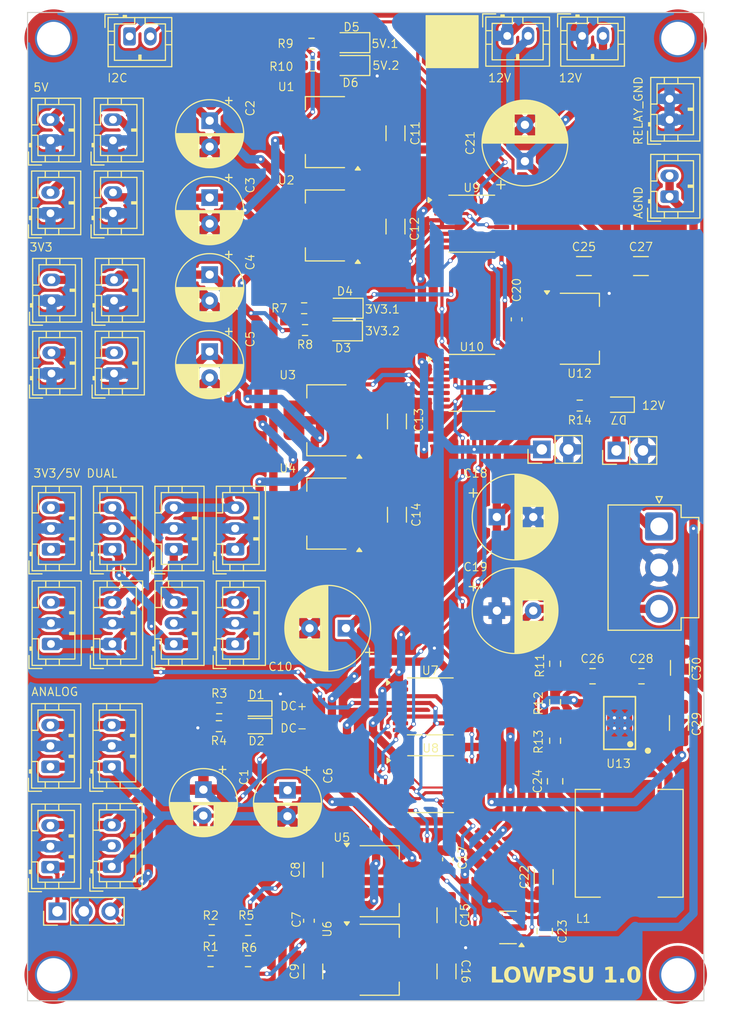
<source format=kicad_pcb>
(kicad_pcb (version 20240108) (generator "pcbnew") (generator_version "8.0")
  (layers (0 "F.Cu" signal) (31 "B.Cu" mixed) (34 "B.Paste" user) (35 "F.Paste" user) (36 "B.SilkS" user "B.Silkscreen") (37 "F.SilkS" user "F.Silkscreen") (38 "B.Mask" user) (39 "F.Mask" user) (44 "Edge.Cuts" user))
  (net 0 "")
  (net 1 "PGND")
  (net 2 "Net-(D1-A)")
  (net 3 "Net-(D2-A)")
  (net 4 "GND")
  (net 5 "7V")
  (net 6 "DC_NEG")
  (net 7 "DC_POS")
  (net 8 "VP")
  (net 9 "VN")
  (net 10 "AGND")
  (net 11 "5V_1")
  (net 12 "5V_2")
  (net 13 "3V3_1")
  (net 14 "3V3_2")
  (net 15 "12V")
  (net 16 "Net-(U13-SW)")
  (net 17 "Net-(D3-A)")
  (net 18 "Net-(D4-A)")
  (net 19 "Net-(D5-A)")
  (net 20 "Net-(D6-A)")
  (net 21 "Net-(D7-A)")
  (net 22 "Net-(U13-BST)")
  (net 23 "RELAYGND")
  (net 24 "7V_5V")
  (net 25 "SDA")
  (net 26 "SCL")
  (net 27 "7V_3V3")
  (net 28 "VP_4_POS")
  (net 29 "VP_SW")
  (net 30 "Net-(C26-Pad1)")
  (net 32 "Net-(U13-SS)")
  (net 33 "Net-(U6-ADJ)")
  (net 34 "Net-(U5-ADJ)")
  (net 35 "Net-(U13-FB)")
  (net 36 "Net-(U13-COMP)")
  (footprint "MountingHole:MountingHole_3.2mm_M3_DIN965_Pad_TopOnly" (layer "F.Cu") (at 102.5 127)
    (property "Reference" "H2" (hide yes))
    (property "Value" "MountingHole")
  )
  (footprint "Capacitor_SMD:C_1206_3216Metric_Pad1.33x1.80mm_HandSolder" (layer "F.Cu") (at 135.5 73.8083 90)
    (property "Reference" "C13")
    (property "Value" "10U")
  )
  (footprint "Capacitor_THT:CP_Radial_D6.3mm_P2.50mm" (layer "F.Cu") (at 117.5 44.900867 -90)
    (property "Reference" "C2")
    (property "Value" "220u 10V")
  )
  (footprint "LED_SMD:LED_0805_2012Metric_Pad1.15x1.40mm_HandSolder" (layer "F.Cu") (at 130.325 65.1 180)
    (property "Reference" "D3")
    (property "Value" "YELLOW")
  )
  (footprint "Connector_JST:JST_PH_B2B-PH-K_1x02_P2.00mm_Vertical" (layer "F.Cu") (at 161.7 52.2 90)
    (property "Reference" "J28" (hide yes))
    (property "Value" "Conn_01x02_Pin")
  )
  (footprint "Resistor_SMD:R_0603_1608Metric_Pad0.98x0.95mm_HandSolder" (layer "F.Cu") (at 127.2875 37.5)
    (property "Reference" "R9")
    (property "Value" "3.3K")
  )
  (footprint "Capacitor_SMD:C_1206_3216Metric_Pad1.33x1.80mm_HandSolder" (layer "F.Cu") (at 162.6 102.8 90)
    (property "Reference" "C29")
    (property "Value" "10U 50V")
  )
  (footprint "Resistor_SMD:R_0603_1608Metric_Pad0.98x0.95mm_HandSolder" (layer "F.Cu") (at 150.7 97.1 90)
    (property "Reference" "R11")
    (property "Value" "22.1K")
  )
  (footprint "Connector_JST:JST_PH_B3B-PH-K_1x03_P2.00mm_Vertical" (layer "F.Cu") (at 108.1 107 90)
    (property "Reference" "J10" (hide yes))
    (property "Value" "Conn_01x03_Male")
  )
  (footprint "Resistor_SMD:R_0603_1608Metric_Pad0.98x0.95mm_HandSolder" (layer "F.Cu") (at 126.5825 62.93 180)
    (property "Reference" "R7")
    (property "Value" "3.3K")
  )
  (footprint "Connector_JST:JST_PH_B3B-PH-K_1x03_P2.00mm_Vertical" (layer "F.Cu") (at 114.05 95.2 90)
    (property "Reference" "J20" (hide yes))
    (property "Value" "Conn_01x03_Male")
  )
  (footprint "Connector_JST:JST_PH_B3B-PH-K_1x03_P2.00mm_Vertical" (layer "F.Cu") (at 108.15 86.1 90)
    (property "Reference" "J14" (hide yes))
    (property "Value" "Conn_01x03_Male")
  )
  (footprint "Connector_JST:JST_PH_B2B-PH-K_1x02_P2.00mm_Vertical" (layer "F.Cu") (at 161.7 44.8 90)
    (property "Reference" "J29" (hide yes))
    (property "Value" "Conn_01x02_Pin")
  )
  (footprint "Capacitor_THT:CP_Radial_D8.0mm_P3.50mm" (layer "F.Cu") (at 145.1 83)
    (property "Reference" "C18")
    (property "Value" "100u 50V")
  )
  (footprint "Connector_JST:JST_PH_B2B-PH-K_1x02_P2.00mm_Vertical" (layer "F.Cu") (at 108.3125 62.2 90)
    (property "Reference" "J16" (hide yes))
    (property "Value" "Conn_01x02_Pin")
  )
  (footprint "Capacitor_THT:CP_Radial_D8.0mm_P3.50mm" (layer "F.Cu") (at 147.8 48.8 90)
    (property "Reference" "C21")
    (property "Value" "25V 220u")
  )
  (footprint "Capacitor_SMD:C_1206_3216Metric_Pad1.33x1.80mm_HandSolder" (layer "F.Cu") (at 153.4675 58.8775)
    (property "Reference" "C25")
    (property "Value" "10u")
  )
  (footprint "MountingHole:MountingHole_3.2mm_M3_DIN965_Pad_TopOnly" (layer "F.Cu") (at 162.5 37)
    (property "Reference" "H3" (hide yes))
    (property "Value" "MountingHole")
  )
  (footprint "Capacitor_THT:CP_Radial_D6.3mm_P2.50mm" (layer "F.Cu") (at 117.5 52.3 -90)
    (property "Reference" "C3")
    (property "Value" "220u 10V")
  )
  (footprint "Resistor_SMD:R_0603_1608Metric_Pad0.98x0.95mm_HandSolder" (layer "F.Cu") (at 121.2 122.7)
    (property "Reference" "R5")
    (property "Value" "800R")
  )
  (footprint "Connector_JST:JST_PH_B2B-PH-K_1x02_P2.00mm_Vertical" (layer "F.Cu") (at 108.2125 46.8 90)
    (property "Reference" "J12" (hide yes))
    (property "Value" "Conn_01x02_Pin")
  )
  (footprint "Connector_JST:JST_PH_B2B-PH-K_1x02_P2.00mm_Vertical" (layer "F.Cu") (at 153.3 36.75)
    (property "Reference" "J25" (hide yes))
    (property "Value" "Conn_01x02_Pin")
  )
  (footprint "Capacitor_SMD:C_1206_3216Metric_Pad1.33x1.80mm_HandSolder" (layer "F.Cu") (at 140.2625 121.2742 -90)
    (property "Reference" "C15")
    (property "Value" "47U")
  )
  (footprint "Connector_JST:JST_PH_B3B-PH-K_1x03_P2.00mm_Vertical" (layer "F.Cu") (at 108.1 116.6 90)
    (property "Reference" "J11" (hide yes))
    (property "Value" "Conn_01x03_Male")
  )
  (footprint "Connector_PinHeader_2.54mm:PinHeader_1x02_P2.54mm_Vertical" (layer "F.Cu") (at 149.425 76.5 90)
    (property "Reference" "J24" (hide yes))
    (property "Value" "Conn_01x02_Pin")
  )
  (footprint "Connector_JST:JST_PH_B3B-PH-K_1x03_P2.00mm_Vertical" (layer "F.Cu") (at 102.2 116.65 90)
    (property "Reference" "J6" (hide yes))
    (property "Value" "Conn_01x03_Male")
  )
  (footprint "Package_SO:TSSOP-16_4.4x5mm_P0.65mm" (layer "F.Cu") (at 142.7 70.1)
    (property "Reference" "U10")
    (property "Value" "INA260")
  )
  (footprint "Connector_JST:JST_PH_B2B-PH-K_1x02_P2.00mm_Vertical" (layer "F.Cu") (at 146.1 36.75)
    (property "Reference" "J23" (hide yes))
    (property "Value" "Conn_01x02_Pin")
  )
  (footprint "Capacitor_THT:CP_Radial_D6.3mm_P2.50mm" (layer "F.Cu") (at 124.9815 109.26 -90)
    (property "Reference" "C6")
    (property "Value" "220u 10V")
  )
  (footprint "Package_SO:TSSOP-16_4.4x5mm_P0.65mm" (layer "F.Cu") (at 142.6875 54.8)
    (property "Reference" "U9")
    (property "Value" "INA260")
  )
  (footprint "MountingHole:MountingHole_3.2mm_M3_DIN965_Pad_TopOnly" (layer "F.Cu") (at 102.5 37)
    (property "Reference" "H1" (hide yes))
    (property "Value" "MountingHole")
  )
  (footprint "Connector_JST:JST_PH_B3B-PH-K_1x03_P2.00mm_Vertical" (layer "F.Cu") (at 102.25 86.1 90)
    (property "Reference" "J3" (hide yes))
    (property "Value" "Conn_01x03_Male")
  )
  (footprint "LED_SMD:LED_0603_1608Metric" (layer "F.Cu") (at 122 103.1 180)
    (property "Reference" "D2")
    (property "Value" "BLUE")
  )
  (footprint "Resistor_SMD:R_0603_1608Metric_Pad0.98x0.95mm_HandSolder" (layer "F.Cu") (at 153.0675 72.285)
    (property "Reference" "R14")
    (property "Value" "3.3K")
  )
  (footprint "Capacitor_SMD:C_1206_3216Metric_Pad1.33x1.80mm_HandSolder" (layer "F.Cu") (at 127.4625 126.6742 -90)
    (property "Reference" "C9")
    (property "Value" "47U")
  )
  (footprint "Connector_JST:JST_PH_B2B-PH-K_1x02_P2.00mm_Vertical" (layer "F.Cu") (at 108.3125 69.2 90)
    (property "Reference" "J17" (hide yes))
    (property "Value" "Conn_01x02_Pin")
  )
  (footprint "Capacitor_THT:CP_Radial_D6.3mm_P2.50mm" (layer "F.Cu") (at 116.9 109.2 -90)
    (property "Reference" "C1")
    (property "Value" "220u 10V")
  )
  (footprint "Capacitor_SMD:C_1206_3216Metric_Pad1.33x1.80mm_HandSolder" (layer "F.Cu") (at 135.36 55.0791 -90)
    (property "Reference" "C12")
    (property "Value" "10U")
  )
  (footprint "Connector_JST:JST_PH_B3B-PH-K_1x03_P2.00mm_Vertical" (layer "F.Cu") (at 108.15 95.2 90)
    (property "Reference" "J15" (hide yes))
    (property "Value" "Conn_01x03_Male")
  )
  (footprint "Connector_JST:JST_PH_B3B-PH-K_1x03_P2.00mm_Vertical" (layer "F.Cu") (at 119.95 95.2 90)
    (property "Reference" "J22" (hide yes))
    (property "Value" "Conn_01x03_Male")
  )
  (footprint "Resistor_SMD:R_0603_1608Metric_Pad0.98x0.95mm_HandSolder" (layer "F.Cu") (at 150.7 100.8 90)
    (property "Reference" "R12")
    (property "Value" "86.6k")
  )
  (footprint "Resistor_SMD:R_0603_1608Metric_Pad0.98x0.95mm_HandSolder" (layer "F.Cu") (at 117.5875 125.7)
    (property "Reference" "R1")
    (property "Value" "120R")
  )
  (footprint "Capacitor_THT:CP_Radial_D8.0mm_P3.50mm" (layer "F.Cu") (at 130.6 93.6883 180)
    (property "Reference" "C10")
    (property "Value" "10V 470u")
  )
  (footprint "Package_TO_SOT_SMD:SOT-223-3_TabPin2" (layer "F.Cu") (at 128.61 46 180)
    (property "Reference" "U1")
    (property "Value" "AMS1117-5.0")
  )
  (footprint "Package_TO_SOT_SMD:SOT-223-3_TabPin2" (layer "F.Cu") (at 133.8125 125.5542)
    (property "Reference" "U6")
    (property "Value" "LM337_SOT223")
  )
  (footprint "LED_SMD:LED_0805_2012Metric_Pad1.15x1.40mm_HandSolder" (layer "F.Cu") (at 131.0325 39.6 180)
    (property "Reference" "D6")
    (property "Value" "BLUE")
  )
  (footprint "easyeda2kicad:SOIC-8_L4.9-W3.9-P1.27-LS6.0-BL-EP" (layer "F.Cu") (at 156.9 102.8 90)
    (property "Reference" "U13")
    (property "Value" "AP64351SP-13")
  )
  (footprint "LED_SMD:LED_0603_1608Metric" (layer "F.Cu") (at 122 101.4 180)
    (property "Reference" "D1")
    (property "Value" "YELLOW")
  )
  (footprint "Resistor_SMD:R_0603_1608Metric_Pad0.98x0.95mm_HandSolder" (layer "F.Cu") (at 121.1875 125.7)
    (property "Reference" "R6")
    (property "Value" "800R")
  )
  (footprint "Package_TO_SOT_SMD:SOT-223" (layer "F.Cu") (at 153.05 64.9)
    (property "Reference" "U12")
    (property "Value" "NCP1117-12")
  )
  (footprint "Resistor_SMD:R_0603_1608Metric_Pad0.98x0.95mm_HandSolder" (layer "F.Cu") (at 150.7 104.5 90)
    (property "Reference" "R13")
    (property "Value" "170K")
  )
  (footprint "Package_TO_SOT_SMD:SOT-223-3_TabPin2" (layer "F.Cu") (at 128.61 54.9708 180)
    (property "Reference" "U2")
    (property "Value" "AMS1117-5.0")
  )
  (footprint "Package_SO:TSSOP-16_4.4x5mm_P0.65mm" (layer "F.Cu") (at 138.7375 108.675)
    (property "Reference" "U8")
    (property "Value" "INA260")
  )
  (footprint "Resistor_SMD:R_0603_1608Metric_Pad0.98x0.95mm_HandSolder" (layer "F.Cu") (at 126.6675 65.025)
    (property "Reference" "R8")
    (property "Value" "3.3K")
  )
  (footprint "Connector_JST:JST_PH_B2B-PH-K_1x02_P2.00mm_Vertical" (layer "F.Cu") (at 102.3 62.2 90)
    (property "Reference" "J7" (hide yes))
    (property "Value" "Conn_01x02_Pin")
  )
  (footprint "Package_TO_SOT_SMD:SOT-223-3_TabPin2" (layer "F.Cu") (at 128.75 73.7 180)
    (property "Reference" "U3")
    (property "Value" "ZLDO1117QG33TA")
  )
  (footprint "Capacitor_SMD:C_0805_2012Metric_Pad1.18x1.45mm_HandSolder" (layer "F.Cu") (at 159 98.3)
    (property "Reference" "C28")
    (property "Value" "10n")
  )
  (footprint "Resistor_SMD:R_0603_1608Metric_Pad0.98x0.95mm_HandSolder" (layer "F.Cu") (at 127.375 39.6)
    (property "Reference" "R10")
    (property "Value" "3.3K")
  )
  (footprint "Capacitor_SMD:C_0805_2012Metric_Pad1.18x1.45mm_HandSolder" (layer "F.Cu") (at 154.3 98.3)
    (property "Reference" "C26")
    (property "Value" "0.22u")
  )
  (footprint "Connector_JST:JST_PH_B2B-PH-K_1x02_P2.00mm_Vertical" (layer "F.Cu") (at 102.2 53.8 90)
    (property "Reference" "J2" (hide yes))
    (property "Value" "Conn_01x02_Pin")
  )
  (footprint "Package_TO_SOT_SMD:SOT-223-3_TabPin2" (layer "F.Cu") (at 128.75 82.6708 180)
    (property "Reference" "U4")
    (property "Value" "ZLDO1117QG33TA")
  )
  (footprint "Capacitor_SMD:C_0603_1608Metric_Pad1.08x0.95mm_HandSolder" (layer "F.Cu") (at 140.4 115.9 -90)
    (property "Reference" "C17")
    (property "Value" "0.1U")
  )
  (footprint "Connector_JST:JST_PH_B3B-PH-K_1x03_P2.00mm_Vertical" (layer "F.Cu") (at 114.05 86.1 90)
    (property "Reference" "J19" (hide yes))
    (property "Value" "Conn_01x03_Male")
  )
  (footprint "Capacitor_SMD:C_1206_3216Metric_Pad1.33x1.80mm_HandSolder" (layer "F.Cu") (at 140.2625 126.6742 -90)
    (property "Reference" "C16")
    (property "Value" "10u")
  )
  (footprint "Capacitor_SMD:C_1206_3216Metric_Pad1.33x1.80mm_HandSolder" (layer "F.Cu") (at 158.9475 58.8775)
    (property "Reference" "C27")
    (property "Value" "47U")
  )
  (footprint "Connector_JST:JST_PH_B2B-PH-K_1x02_P2.00mm_Vertical" (layer "F.Cu") (at 108.2125 53.8 90)
    (property "Reference" "J13" (hide yes))
    (property "Value" "Conn_01x02_Pin")
  )
  (footprint "LED_SMD:LED_0805_2012Metric_Pad1.15x1.40mm_HandSolder" (layer "F.Cu") (at 130.3825 62.93 180)
    (property "Reference" "D4")
    (property "Value" "YELLOW")
  )
  (footprint "Package_SO:TSSOP-16_4.4x5mm_P0.65mm" (layer "F.Cu") (at 138.7 101.2)
    (property "Reference" "U7")
    (property "Value" "INA260")
  )
  (footprint "Resistor_SMD:R_0603_1608Metric_Pad0.98x0.95mm_HandSolder" (layer "F.Cu") (at 117.7 122.7)
    (property "Reference" "R2")
    (property "Value" "120R")
  )
  (footprint "Connector_JST:JST_PH_B3B-PH-K_1x03_P2.00mm_Vertical" (layer "F.Cu") (at 102.25 95.2 90)
    (property "Reference" "J4" (hide yes))
    (property "Value" "Conn_01x03_Male")
  )
  (footprint "Capacitor_THT:CP_Radial_D8.0mm_P3.50mm" (layer "F.Cu") (at 145.1 92)
    (property "Reference" "C19")
    (property "Value" "100u 50V")
  )
  (footprint "Package_TO_SOT_SMD:SOT-23-6" (layer "F.Cu") (at 146.175 122.45 180)
    (property "Reference" "U11" (hide yes))
    (property "Value" "TMP100")
  )
  (footprint "Capacitor_SMD:C_1206_3216Metric_Pad1.33x1.80mm_HandSolder" (layer "F.Cu") (at 162.7 97.5 90)
    (property "Reference" "C30")
    (property "Value" "10U 50V")
  )
  (footprint "Connector_JST:JST_PH_B2B-PH-K_1x02_P2.00mm_Vertical" (layer "F.Cu") (at 109.8 36.8)
    (property "Reference" "J18" (hide yes))
    (property "Value" "Conn_01x02_Male")
  )
  (footprint "Connector_JST:JST_PH_B3B-PH-K_1x03_P2.00mm_Vertical" (layer "F.Cu") (at 119.95 86.1 90)
    (property "Reference" "J21" (hide yes))
    (property "Value" "Conn_01x03_Male")
  )
  (footprint "Capacitor_THT:CP_Radial_D6.3mm_P2.50mm" (layer "F.Cu") (at 117.5 59.699133 -90)
    (property "Reference" "C4")
    (property "Value" "220u 10V")
  )
  (footprint "Inductor_SMD:L_Vishay_IHLP-4040" (layer "F.Cu") (at 157.82 114.36 -90)
    (property "Reference" "L1")
    (property "Value" "10uH 21mOhm 5A")
  )
  (footprint "Connector_JST:JST_PH_B2B-PH-K_1x02_P2.00mm_Vertical" (layer "F.Cu") (at 102.3 69.2 90)
    (property "Reference" "J8" (hide yes))
    (property "Value" "Conn_01x02_Pin")
  )
  (footprint "Capacitor_SMD:C_1206_3216Metric_Pad1.33x1.80mm_HandSolder" (layer "F.Cu") (at 127.4625 116.9042 90)
    (property "Reference" "C8")
    (property "Value" "10u")
  )
  (footprint "Connector_JST:JST_PH_B2B-PH-K_1x02_P2.00mm_Vertical" (layer "F.Cu") (at 102.2 46.8 90)
    (property "Reference" "J1" (hide yes))
    (property "Value" "Conn_01x02_Pin")
  )
  (footprint "Capacitor_SMD:C_1206_3216Metric_Pad1.33x1.80mm_HandSolder" (layer "F.Cu") (at 149.6 117.6 90)
    (property "Reference" "C22")
    (property "Value" "10U 50V")
  )
  (footprint "Capacitor_SMD:C_1206_3216Metric_Pad1.33x1.80mm_HandSolder" (layer "F.Cu") (at 135.5 82.7791 -90)
    (property "Reference" "C14")
    (property "Value" "10U")
  )
  (footprint "LED_SMD:LED_0603_1608Metric" (layer "F.Cu") (at 156.825 72.2 180)
    (property "Reference" "D7")
    (property "Value" "BLUE")
  )
  (footprint "Capacitor_SMD:C_0603_1608Metric_Pad1.08x0.95mm_HandSolder" (layer "F.Cu") (at 127.0425 121.8042 -90)
    (property "Reference" "C7")
    (property "Value" "0.1U")
  )
  (footprint "Connector_JST:JST_PH_B3B-PH-K_1x03_P2.00mm_Vertical" (layer "F.Cu") (at 102.2 107 90)
    (property "Reference" "J5" (hide yes))
    (property "Value" "Conn_01x03_Male")
  )
  (footprint "Resistor_SMD:R_0603_1608Metric_Pad0.98x0.95mm_HandSolder" (layer "F.Cu") (at 118.4223 101.3835)
    (property "Reference" "R3")
    (property "Value" "3.3K")
  )
  (footprint "Capacitor_THT:CP_Radial_D6.3mm_P2.50mm" (layer "F.Cu") (at 117.5 67.098267 -90)
    (property "Reference" "C5")
    (property "Value" "220u 10V")
  )
  (footprint "MountingHole:MountingHole_3.2mm_M3_DIN965_Pad_TopOnly" (layer "F.Cu") (at 162.5 127)
    (property "Reference" "H4" (hide yes))
    (property "Value" "MountingHole")
  )
  (footprint "Capacitor_SMD:C_0805_2012Metric_Pad1.18x1.45mm_HandSolder" (layer "F.Cu") (at 150.7 108.4 90)
    (property "Reference" "C24")
    (property "Value" "0.1u")
  )
  (footprint "Resistor_SMD:R_0603_1608Metric_Pad0.98x0.95mm_HandSolder" (layer "F.Cu") (at 118.3875 103.1)
    (property "Reference" "R4")
    (property "Value" "3.3K")
  )
  (footprint "Connector_PinHeader_2.54mm:PinHeader_1x03_P2.54mm_Vertical" (layer "F.Cu") (at 102.87 120.9 90)
    (property "Reference" "J9" (hide yes))
    (property "Value" "Conn_01x03_Pin")
  )
  (footprint "Capacitor_SMD:C_0603_1608Metric_Pad1.08x0.95mm_HandSolder" (layer "F.Cu") (at 147 64 -90)
    (property "Reference" "C20")
    (property "Value" "0.1U")
  )
  (footprint "Package_TO_SOT_SMD:SOT-223-3_TabPin2" (layer "F.Cu") (at 133.8125 118.0042)
    (property "Reference" "U5")
    (property "Value" "LM317_SOT-223")
  )
  (footprint "Capacitor_SMD:C_0805_2012Metric_Pad1.18x1.45mm_HandSolder" (layer "F.Cu") (at 149.7 122.8 90)
    (property "Reference" "C23")
    (property "Value" "0.1u")
  )
  (footprint "Connector_JST:JST_VH_B3P-VH_1x03_P3.96mm_Vertical" (layer "F.Cu") (at 160.7 83.9 -90)
    (property "Reference" "J27" (hide yes))
    (property "Value" "Conn_01x03_Male")
  )
  (footprint "LED_SMD:LED_0805_2012Metric_Pad1.15x1.40mm_HandSolder" (layer "F.Cu") (at 131.0325 37.4 180)
    (property "Reference" "D5")
    (property "Value" "BLUE")
  )
  (footprint "Capacitor_SMD:C_1206_3216Metric_Pad1.33x1.80mm_HandSolder" (layer "F.Cu") (at 135.36 46.1083 90)
    (property "Reference" "C11")
    (property "Value" "10U")
  )
  (footprint "Connector_PinHeader_2.54mm:PinHeader_1x02_P2.54mm_Vertical" (layer "F.Cu") (at 156.6 76.6 90)
    (property "Reference" "J26" (hide yes))
    (property "Value" "Conn_01x02_Pin")
  )
  (gr_rect (start 138.3 34.8) (end 143.3 39.8) (stroke (width 0.1)) (fill solid) (layer "F.SilkS"))
  (gr_line (start 165 34.5) (end 165 129.5) (stroke (width 0.1)) (layer "Edge.Cuts"))
  (gr_line (start 100 129.5) (end 100 34.5) (stroke (width 0.1)) (layer "Edge.Cuts"))
  (gr_line (start 100 34.5) (end 165 34.5) (stroke (width 0.1)) (layer "Edge.Cuts"))
  (gr_line (start 165 129.5) (end 100 129.5) (stroke (width 0.1)) (layer "Edge.Cuts"))
  (gr_text "3V3/5V DUAL" (at 100.5 78.8 0) (layer "F.SilkS") (effects (font (size 0.8 0.8) (thickness 0.1)) (justify left)))
  (gr_text "3V3" (at 100.13 57.07 0) (layer "F.SilkS") (effects (font (size 0.8 0.8) (thickness 0.1)) (justify left)))
  (gr_text "DC+" (at 124.222288 101.163462 0) (layer "F.SilkS") (effects (font (size 0.8 0.8) (thickness 0.1)) (justify left)))
  (gr_text "LOWPSU 1.0" (at 159 128 0) (layer "F.SilkS") (effects (font (size 1.5 1.5) (thickness 0.3) (bold yes)) (justify right bottom)))
  (gr_text "5V" (at 100.5 41.7 0) (layer "F.SilkS") (effects (font (size 0.8 0.8) (thickness 0.1)) (justify left)))
  (gr_text "5V.2" (at 133.075 39.6 0) (layer "F.SilkS") (effects (font (size 0.8 0.8) (thickness 0.1)) (justify left)))
  (gr_text "5V.1" (at 132.9875 37.5 0) (layer "F.SilkS") (effects (font (size 0.8 0.8) (thickness 0.1)) (justify left)))
  (gr_text "I2C" (at 107.6 40.8 0) (layer "F.SilkS") (effects (font (size 0.8 0.8) (thickness 0.1)) (justify left)))
  (gr_text "12V" (at 151 40.8 0) (layer "F.SilkS") (effects (font (size 0.8 0.8) (thickness 0.1)) (justify left)))
  (gr_text "3V3.1\n" (at 132.3675 63.03 0) (layer "F.SilkS") (effects (font (size 0.8 0.8) (thickness 0.1)) (justify left)))
  (gr_text "ANALOG" (at 100.3 99.8 0) (layer "F.SilkS") (effects (font (size 0.8 0.8) (thickness 0.1)) (justify left)))
  (gr_text "12V" (at 158.98 72.285 0) (layer "F.SilkS") (effects (font (size 0.8 0.8) (thickness 0.1)) (justify left)))
  (gr_text "DC-" (at 124.222288 103.3 0) (layer "F.SilkS") (effects (font (size 0.8 0.8) (thickness 0.1)) (justify left)))
  (gr_text "AGND\n" (at 158.7 54.4 90) (layer "F.SilkS") (effects (font (size 0.8 0.8) (thickness 0.1)) (justify left)))
  (gr_text "12V" (at 144.2 40.8 0) (layer "F.SilkS") (effects (font (size 0.8 0.8) (thickness 0.1)) (justify left)))
  (gr_text "RELAY_GND" (at 158.7 47.3 90) (layer "F.SilkS") (effects (font (size 0.8 0.8) (thickness 0.1)) (justify left)))
  (gr_text "3V3.2" (at 132.3675 65.125 0) (layer "F.SilkS") (effects (font (size 0.8 0.8) (thickness 0.1)) (justify left)))
  (segment (start 154.8 62.6) (end 155.9 61.5) (width 0.4) (layer "F.Cu") (net 1))
  (segment (start 149.9 62.6) (end 154.8 62.6) (width 0.4) (layer "F.Cu") (net 1))
  (via (at 144.4 119.9) (size 0.45) (drill 0.3) (layers "F.Cu" "B.Cu") (net 1))
  (via (at 155.9 61.5) (size 0.45) (drill 0.3) (layers "F.Cu" "B.Cu") (net 1))
  (segment (start 116.9 109.2) (end 119.46 111.76) (width 0.8) (layer "B.Cu") (net 1))
  (segment (start 119.46 111.76) (end 124.9815 111.76) (width 0.8) (layer "B.Cu") (net 1))
  (segment (start 121.0423 101.1185) (end 119.3798 101.1185) (width 0.4) (layer "F.Cu") (net 2))
  (segment (start 121.02 103.295) (end 119.305 103.295) (width 0.4) (layer "F.Cu") (net 3))
  (segment (start 134.4 108) (end 134.4 108.901668) (width 0.3) (layer "F.Cu") (net 4))
  (segment (start 141.5625 102.175) (end 142.359878 102.175) (width 0.4) (layer "F.Cu") (net 4))
  (segment (start 142.7 101.834878) (end 142.7 98.615122) (width 0.4) (layer "F.Cu") (net 4))
  (segment (start 139.025 55.775) (end 139.825 55.775) (width 0.3) (layer "F.Cu") (net 4))
  (segment (start 131.4075 62.93) (end 131.4075 64) (width 0.4) (layer "F.Cu") (net 4))
  (segment (start 137.100458 110.070205) (end 136.680253 109.65) (width 0.3) (layer "F.Cu") (net 4))
  (segment (start 142.925 73.375) (end 142.925 76.5) (width 0.4) (layer "F.Cu") (net 4))
  (segment (start 137.670203 110.070205) (end 137.100458 110.070205) (width 0.3) (layer "F.Cu") (net 4))
  (segment (start 142.359878 102.175) (end 142.7 101.834878) (width 0.4) (layer "F.Cu") (net 4))
  (segment (start 132.1125 37.5) (end 132.1125 39.48) (width 0.8) (layer "F.Cu") (net 4))
  (segment (start 139.93995 109.65) (end 139.78995 109.5) (width 0.3) (layer "F.Cu") (net 4))
  (segment (start 142.7 98.615122) (end 139.684878 95.6) (width 0.4) (layer "F.Cu") (net 4))
  (segment (start 137.420404 71.075) (end 136.622702 70.277298) (width 0.4) (layer "F.Cu") (net 4))
  (segment (start 134.629344 102.570656) (end 134.629344 103.115638) (width 0.3) (layer "F.Cu") (net 4))
  (segment (start 139.025 55.775) (end 136.8 58) (width 0.3) (layer "F.Cu") (net 4))
  (segment (start 143.209106 55.775) (end 140.625 58.359106) (width 0.3) (layer "F.Cu") (net 4))
  (segment (start 144.425 71.875) (end 142.925 73.375) (width 0.4) (layer "F.Cu") (net 4))
  (segment (start 138.240408 109.5) (end 137.670203 110.070205) (width 0.3) (layer "F.Cu") (net 4))
  (segment (start 139.8375 71.075) (end 137.420404 71.075) (width 0.4) (layer "F.Cu") (net 4))
  (segment (start 144.425 71.415122) (end 144.425 71.875) (width 0.4) (layer "F.Cu") (net 4))
  (segment (start 131.4075 62.93) (end 131.4075 65.0425) (width 0.4) (layer "F.Cu") (net 4))
  (segment (start 135.025 102.175) (end 135.8375 102.175) (width 0.3) (layer "F.Cu") (net 4))
  (segment (start 145.5625 71.075) (end 144.765122 71.075) (width 0.4) (layer "F.Cu") (net 4))
  (segment (start 134.4 108.901668) (end 135.148332 109.65) (width 0.3) (layer "F.Cu") (net 4))
  (segment (start 136.680253 109.65) (end 135.875 109.65) (width 0.3) (layer "F.Cu") (net 4))
  (segment (start 132.535 39.535) (end 133.6 40.6) (width 0.4) (layer "F.Cu") (net 4))
  (segment (start 139.78995 109.5) (end 138.240408 109.5) (width 0.3) (layer "F.Cu") (net 4))
  (segment (start 141.5625 102.175) (end 135.8375 102.175) (width 0.4) (layer "F.Cu") (net 4))
  (segment (start 139.684878 95.6) (end 139.1 95.6) (width 0.4) (layer "F.Cu") (net 4))
  (segment (start 136.8 58) (end 136.8 58.4) (width 0.3) (layer "F.Cu") (net 4))
  (segment (start 145.55 55.775) (end 143.209106 55.775) (width 0.3) (layer "F.Cu") (net 4))
  (segment (start 141.6 109.65) (end 139.93995 109.65) (width 0.3) (layer "F.Cu") (net 4))
  (segment (start 134.629344 102.570656) (end 135.025 102.175) (width 0.3) (layer "F.Cu") (net 4))
  (segment (start 132.0575 39.535) (end 132.535 39.535) (width 0.4) (layer "F.Cu") (net 4))
  (segment (start 135.875 109.65) (end 135.148332 109.65) (width 0.3) (layer "F.Cu") (net 4))
  (segment (start 144.765122 71.075) (end 144.425 71.415122) (width 0.4) (layer "F.Cu") (net 4))
  (via (at 134.629344 103.115638) (size 0.45) (drill 0.3) (layers "F.Cu" "B.Cu") (net 4))
  (via (at 136.622702 70.277298) (size 0.45) (drill 0.3) (layers "F.Cu" "B.Cu") (net 4))
  (via (at 131.4075 64) (size 0.45) (drill 0.3) (layers "F.Cu" "B.Cu") (net 4))
  (via (at 136.8 58.4) (size 0.45) (drill 0.3) (layers "F.Cu" "B.Cu") (net 4))
  (via (at 140.625 58.359106) (size 0.45) (drill 0.3) (layers "F.Cu" "B.Cu") (net 4))
  (via (at 133.6 40.6) (size 0.45) (drill 0.3) (layers "F.Cu" "B.Cu") (net 4))
  (via (at 142.925 76.5) (size 0.45) (drill 0.3) (layers "F.Cu" "B.Cu") (net 4))
  (via (at 134.4 108) (size 0.45) (drill 0.3) (layers "F.Cu" "B.Cu") (net 4))
  (via (at 139.1 95.6) (size 0.45) (drill 0.3) (layers "F.Cu" "B.Cu") (net 4))
  (segment (start 133.980761 108) (end 134.4 108) (width 0.3) (layer "B.Cu") (net 4))
  (segment (start 133.45 104.294982) (end 133.45 107.469239) (width 0.3) (layer "B.Cu") (net 4))
  (segment (start 140.625 58.359106) (end 138.059106 60.925) (width 0.3) (layer "B.Cu") (net 4))
  (segment (start 138.059106 60.925) (end 136.5 60.925) (width 0.3) (layer "B.Cu") (net 4))
  (segment (start 134.629344 103.115638) (end 133.45 104.294982) (width 0.3) (layer "B.Cu") (net 4))
  (segment (start 133.45 107.469239) (end 133.980761 108) (width 0.3) (layer "B.Cu") (net 4))
  (segment (start 140.8 76.5) (end 139.45 75.15) (width 0.8) (layer "B.Cu") (net 4))
  (segment (start 149.425 76.5) (end 140.8 76.5) (width 0.8) (layer "B.Cu") (net 4))
  (segment (start 141.125 69.615122) (end 141.125 70.338823) (width 0.4) (layer "F.Cu") (net 5))
  (segment (start 139.8375 68.475) (end 137.9 66.5375) (width 0.8) (layer "F.Cu") (net 5))
  (segment (start 137.9 66.3) (end 137.9 60.254308) (width 0.8) (layer "F.Cu") (net 5))
  (segment (start 145.5625 70.425) (end 144.468587 70.425) (width 0.4) (layer "F.Cu") (net 5))
  (segment (start 144.325 55.125) (end 144.1 54.9) (width 0.3) (layer "F.Cu") (net 5))
  (segment (start 137.9 60.254308) (end 137.749213 60.103521) (width 0.8) (layer "F.Cu") (net 5))
  (segment (start 139.8375 69.125) (end 140.634878 69.125) (width 0.4) (layer "F.Cu") (net 5))
  (segment (start 137.9 66.5375) (end 137.9 66.3) (width 0.8) (layer "F.Cu") (net 5))
  (segment (start 156.0675 118.8675) (end 148.5 111.3) (width 1.4) (layer "F.Cu") (net 5))
  (segment (start 139.825 53.825) (end 139.825 53.175) (width 0.4) (layer "F.Cu") (net 5))
  (segment (start 134.964214 112.25) (end 130.7 107.985786) (width 0.8) (layer "F.Cu") (net 5))
  (segment (start 138.1 86.4) (end 130.8117 93.6883) (width 0.8) (layer "F.Cu") (net 5))
  (segment (start 157.82 119.36) (end 148.126547 119.36) (width 0.8) (layer "F.Cu") (net 5))
  (segment (start 150.225 105.4125) (end 148.5 107.1375) (width 0.8) (layer "F.Cu") (net 5))
  (segment (start 145.55 55.125) (end 144.325 55.125) (width 0.3) (layer "F.Cu") (net 5))
  (segment (start 139.075 52.525) (end 138.05 53.55) (width 0.8) (layer "F.Cu") (net 5))
  (segment (start 139.825 52.525) (end 139.075 52.525) (width 0.8) (layer "F.Cu") (net 5))
  (segment (start 130.7 107.985786) (end 130.7 103) (width 0.8) (layer "F.Cu") (net 5))
  (segment (start 142.225 53.825) (end 139.825 53.825) (width 0.3) (layer "F.Cu") (net 5))
  (segment (start 139.8375 69.125) (end 139.8375 68.475) (width 0.4) (layer "F.Cu") (net 5))
  (segment (start 141.016547 112.25) (end 134.964214 112.25) (width 0.8) (layer "F.Cu") (net 5))
  (segment (start 144.468587 70.425) (end 144.353752 70.539835) (width 0.4) (layer "F.Cu") (net 5))
  (segment (start 139.8375 67.825) (end 139.8375 68.475) (width 0.4) (layer "F.Cu") (net 5))
  (segment (start 148.5 107.1375) (end 148.5 111.3) (width 0.8) (layer "F.Cu") (net 5))
  (segment (start 139.825 52.525) (end 139.825 53.175) (width 0.4) (layer "F.Cu") (net 5))
  (segment (start 148.126547 119.36) (end 141.016547 112.25) (width 0.8) (layer "F.Cu") (net 5))
  (segment (start 150.7 105.4125) (end 150.225 105.4125) (width 0.8) (layer "F.Cu") (net 5))
  (segment (start 138.1 76.5) (end 138.1 86.4) (width 0.8) (layer "F.Cu") (net 5))
  (segment (start 142.5 54.1) (end 142.225 53.825) (width 0.3) (layer "F.Cu") (net 5))
  (segment (start 140.634878 69.125) (end 141.125 69.615122) (width 0.4) (layer "F.Cu") (net 5))
  (segment (start 157.82 118.8675) (end 156.0675 118.8675) (width 1.4) (layer "F.Cu") (net 5))
  (segment (start 137.9 66.3) (end 137.9 68.1) (width 0.8) (layer "F.Cu") (net 5))
  (via (at 130.7 103) (size 0.45) (drill 0.3) (layers "F.Cu" "B.Cu") (net 5))
  (via (at 141.125 70.338823) (size 0.45) (drill 0.3) (layers "F.Cu" "B.Cu") (net 5))
  (via (at 138.05 53.55) (size 0.45) (drill 0.3) (layers "F.Cu" "B.Cu") (net 5))
  (via (at 144.353752 70.539835) (size 0.45) (drill 0.3) (layers "F.Cu" "B.Cu") (net 5))
  (via (at 142.5 54.1) (size 0.45) (drill 0.3) (layers "F.Cu" "B.Cu") (net 5))
  (via (at 138.1 76.5) (size 0.45) (drill 0.3) (layers "F.Cu" "B.Cu") (net 5))
  (via (at 137.9 68.1) (size 0.45) (drill 0.3) (layers "F.Cu" "B.Cu") (net 5))
  (via (at 144.1 54.9) (size 0.45) (drill 0.3) (layers "F.Cu" "B.Cu") (net 5))
  (via (at 137.749213 60.103521) (size 0.45) (drill 0.3) (layers "F.Cu" "B.Cu") (net 5))
  (segment (start 144.353752 70.539835) (end 141.326012 70.539835) (width 0.4) (layer "B.Cu") (net 5))
  (segment (start 138.1 76.5) (end 138.1 68.3) (width 0.8) (layer "B.Cu") (net 5))
  (segment (start 144.1 54.9) (end 143.3 54.9) (width 0.3) (layer "B.Cu") (net 5))
  (segment (start 141.326012 70.539835) (end 141.125 70.338823) (width 0.4) (layer "B.Cu") (net 5))
  (segment (start 132.45 101.25) (end 130.7 103) (width 0.8) (layer "B.Cu") (net 5))
  (segment (start 130.6 93.6883) (end 132.45 95.5383) (width 0.8) (layer "B.Cu") (net 5))
  (segment (start 137.749213 60.103521) (end 137.749213 53.850787) (width 0.8) (layer "B.Cu") (net 5))
  (segment (start 138.1 68.3) (end 137.9 68.1) (width 0.8) (layer "B.Cu") (net 5))
  (segment (start 137.749213 53.850787) (end 138.05 53.55) (width 0.8) (layer "B.Cu") (net 5))
  (segment (start 143.3 54.9) (end 142.5 54.1) (width 0.3) (layer "B.Cu") (net 5))
  (segment (start 132.45 95.5383) (end 132.45 101.25) (width 0.8) (layer "B.Cu") (net 5))
  (segment (start 108.1 116.6) (end 102.25 116.6) (width 0.8) (layer "F.Cu") (net 6))
  (segment (start 119.2117 128.2367) (end 124.9367 128.2367) (width 0.4) (layer "F.Cu") (net 6))
  (segment (start 116.9 111.7) (end 116.9 114) (width 0.8) (layer "F.Cu") (net 6))
  (segment (start 118.8 111.7) (end 116.9 111.7) (width 0.4) (layer "F.Cu") (net 6))
  (segment (start 124.5 121.6) (end 124.5 127.9) (width 0.8) (layer "F.Cu") (net 6))
  (segment (start 120.7 109.8) (end 118.8 111.7) (width 0.4) (layer "F.Cu") (net 6))
  (segment (start 123.07 103.295) (end 123.07 105.53) (width 0.4) (layer "F.Cu") (net 6))
  (segment (start 116.675 125.7) (end 119.2117 128.2367) (width 0.4) (layer "F.Cu") (net 6))
  (segment (start 124.9367 128.2367) (end 127.4625 128.2367) (width 0.8) (layer "F.Cu") (net 6))
  (segment (start 124.6 127.9) (end 124.9367 128.2367) (width 0.8) (layer "F.Cu") (net 6))
  (segment (start 108 107) (end 102.1 107) (width 0.8) (layer "F.Cu") (net 6))
  (segment (start 116.9 114) (end 124.5 121.6) (width 0.8) (layer "F.Cu") (net 6))
  (segment (start 124.5 127.9) (end 124.6 127.9) (width 0.8) (layer "F.Cu") (net 6))
  (segment (start 102.87 120.9) (end 102.87 117.32) (width 0.4) (layer "F.Cu") (net 6))
  (segment (start 123.07 105.53) (end 122.3 106.3) (width 0.4) (layer "F.Cu") (net 6))
  (segment (start 130.28 128.2367) (end 130.6625 127.8542) (width 0.8) (layer "F.Cu") (net 6))
  (segment (start 102.87 117.32) (end 102.2 116.65) (width 0.4) (layer "F.Cu") (net 6))
  (segment (start 127.4625 128.2367) (end 130.28 128.2367) (width 0.8) (layer "F.Cu") (net 6))
  (via (at 122.3 106.3) (size 0.45) (drill 0.3) (layers "F.Cu" "B.Cu") (net 6))
  (via (at 120.7 109.8) (size 0.45) (drill 0.3) (layers "F.Cu" "B.Cu") (net 6))
  (segment (start 112.7 111.7) (end 108 107) (width 0.8) (layer "B.Cu") (net 6))
  (segment (start 116.9 111.7) (end 112.7 111.7) (width 0.8) (layer "B.Cu") (net 6))
  (segment (start 122.3 108.2) (end 120.7 109.8) (width 0.4) (layer "B.Cu") (net 6))
  (segment (start 116.9 111.7) (end 113 111.7) (width 0.8) (layer "B.Cu") (net 6))
  (segment (start 113 111.7) (end 108.1 116.6) (width 0.8) (layer "B.Cu") (net 6))
  (segment (start 122.3 106.3) (end 122.3 108.2) (width 0.4) (layer "B.Cu") (net 6))
  (segment (start 114.7 103.1) (end 114.7 106) (width 0.4) (layer "F.Cu") (net 7))
  (segment (start 108.1 112.6) (end 102.25 112.6) (width 0.8) (layer "F.Cu") (net 7))
  (segment (start 136.9625 118.0042) (end 136.9625 115.7625) (width 0.8) (layer "F.Cu") (net 7))
  (segment (start 130.6625 118.0042) (end 136.9625 118.0042) (width 0.8) (layer "F.Cu") (net 7))
  (segment (start 114.7 106) (end 111.65 109.05) (width 0.8) (layer "F.Cu") (net 7))
  (segment (start 122.46 109.26) (end 119.2 106) (width 0.8) (layer "F.Cu") (net 7))
  (segment (start 124.9815 109.26) (end 122.46 109.26) (width 0.8) (layer "F.Cu") (net 7))
  (segment (start 117.5098 101.1635) (end 116.6365 101.1635) (width 0.4) (layer "F.Cu") (net 7))
  (segment (start 110.85 118) (end 107.95 120.9) (width 0.8) (layer "F.Cu") (net 7))
  (segment (start 138.555 118.0042) (end 140.2625 119.7117) (width 0.8) (layer "F.Cu") (net 7))
  (segment (start 136.9625 118.0042) (end 138.555 118.0042) (width 0.8) (layer "F.Cu") (net 7))
  (segment (start 119.2 106) (end 114.7 106) (width 0.8) (layer "F.Cu") (net 7))
  (segment (start 111 118) (end 110.85 118) (width 0.8) (layer "F.Cu") (net 7))
  (segment (start 116.6365 101.1635) (end 114.7 103.1) (width 0.4) (layer "F.Cu") (net 7))
  (segment (start 111.65 117.2) (end 111.6 117.25) (width 0.8) (layer "F.Cu") (net 7))
  (segment (start 111.65 109.05) (end 111.65 117.2) (width 0.8) (layer "F.Cu") (net 7))
  (segment (start 109.75 122.7) (end 107.95 120.9) (width 0.4) (layer "F.Cu") (net 7))
  (segment (start 124.9815 109.26) (end 128.16086 109.26) (width 0.8) (layer "F.Cu") (net 7))
  (segment (start 111.65 104.85) (end 109.8 103) (width 0.8) (layer "F.Cu") (net 7))
  (segment (start 111.65 109.05) (end 108.1 112.6) (width 0.8) (layer "F.Cu") (net 7))
  (segment (start 111.65 109.05) (end 111.65 104.85) (width 0.8) (layer "F.Cu") (net 7))
  (segment (start 109.8 103) (end 102.1 103) (width 0.8) (layer "F.Cu") (net 7))
  (segment (start 116.7875 122.7) (end 109.75 122.7) (width 0.4) (layer "F.Cu") (net 7))
  (segment (start 128.16086 109.26) (end 129.28043 110.37957) (width 0.8) (layer "F.Cu") (net 7))
  (via (at 129.28043 110.37957) (size 0.45) (drill 0.3) (layers "F.Cu" "B.Cu") (net 7))
  (via (at 136.9625 115.7625) (size 0.45) (drill 0.3) (layers "F.Cu" "B.Cu") (net 7))
  (via (at 111 118) (size 0.45) (drill 0.3) (layers "F.Cu" "B.Cu") (net 7))
  (via (at 111.6 117.25) (size 0.45) (drill 0.3) (layers "F.Cu" "B.Cu") (net 7))
  (segment (start 111.6 117.4) (end 111.6 117.25) (width 0.8) (layer "B.Cu") (net 7))
  (segment (start 136.9625 115.7625) (end 131.57957 110.37957) (width 0.8) (layer "B.Cu") (net 7))
  (segment (start 131.57957 110.37957) (end 129.28043 110.37957) (width 0.8) (layer "B.Cu") (net 7))
  (segment (start 111 118) (end 111.6 117.4) (width 0.8) (layer "B.Cu") (net 7))
  (segment (start 148.5 61.903984) (end 148.5 65.8) (width 0.4) (layer "F.Cu") (net 8))
  (segment (start 135.7 97.9) (end 135.7 99.4375) (width 0.8) (layer "F.Cu") (net 8))
  (segment (start 135.875 106.4) (end 135.875 107.05) (width 0.2) (layer "F.Cu") (net 8))
  (segment (start 135.8375 100.225) (end 135.8375 99.575) (width 0.4) (layer "F.Cu") (net 8))
  (segment (start 145.1 83) (end 145.1 76.7) (width 0.8) (layer "F.Cu") (net 8))
  (segment (start 141.6 109) (end 137.929289 109) (width 0.2) (layer "F.Cu") (net 8))
  (segment (start 133.2 102.8) (end 133.2 103.725) (width 0.8) (layer "F.Cu") (net 8))
  (segment (start 147.266484 63.1375) (end 148.5 61.903984) (width 0.4) (layer "F.Cu") (net 8))
  (segment (start 137.929289 109) (end 136.629289 107.7) (width 0.2) (layer "F.Cu") (net 8))
  (segment (start 135.875 107.05) (end 135.875 107.7) (width 0.2) (layer "F.Cu") (net 8))
  (segment (start 135.7 99.4375) (end 135.8375 99.575) (width 0.8) (layer "F.Cu") (net 8))
  (segment (start 133.2 103.725) (end 135.875 106.4) (width 0.8) (layer "F.Cu") (net 8))
  (segment (start 139.275 100.225) (end 135.8375 100.225) (width 0.4) (layer "F.Cu") (net 8))
  (segment (start 140.575 101.525) (end 139.275 100.225) (width 0.4) (layer "F.Cu") (net 8))
  (segment (start 141.5625 101.525) (end 140.575 101.525) (width 0.4) (layer "F.Cu") (net 8))
  (segment (start 135.8375 99.575) (end 135.8375 98.925) (width 0.4) (layer "F.Cu") (net 8))
  (segment (start 145.1 85.1) (end 135.9 94.3) (width 0.8) (layer "F.Cu") (net 8))
  (segment (start 146.8 81.3) (end 145.1 83) (width 0.8) (layer "F.Cu") (net 8))
  (segment (start 145.1 83) (end 145.1 85.1) (width 0.8) (layer "F.Cu") (net 8))
  (segment (start 148.5 65.8) (end 149.9 67.2) (width 0.4) (layer "F.Cu") (net 8))
  (segment (start 136.629289 107.7) (end 135.875 107.7) (width 0.2) (layer "F.Cu") (net 8))
  (segment (start 135.7 98.1) (end 134.1 99.7) (width 0.8) (layer "F.Cu") (net 8))
  (segment (start 151.526484 58.8775) (end 148.5 61.903984) (width 0.4) (layer "F.Cu") (net 8))
  (segment (start 149.9 71.9) (end 149.9 67.2) (width 0.8) (layer "F.Cu") (net 8))
  (segment (start 157.1 81.3) (end 146.8 81.3) (width 0.8) (layer "F.Cu") (net 8))
  (segment (start 135.7 97.9) (end 135.7 98.1) (width 0.8) (layer "F.Cu") (net 8))
  (segment (start 145.1 76.7) (end 149.9 71.9) (width 0.8) (layer "F.Cu") (net 8))
  (segment (start 160.2 84.4) (end 157.1 81.3) (width 0.8) (layer "F.Cu") (net 8))
  (via (at 133.2 102.8) (size 0.45) (drill 0.3) (layers "F.Cu" "B.Cu") (net 8))
  (via (at 135.9 94.3) (size 0.45) (drill 0.3) (layers "F.Cu" "B.Cu") (net 8))
  (via (at 134.1 99.7) (size 0.45) (drill 0.3) (layers "F.Cu" "B.Cu") (net 8))
  (via (at 135.7 97.9) (size 0.45) (drill 0.3) (layers "F.Cu" "B.Cu") (net 8))
  (segment (start 135.9 97.7) (end 135.7 97.9) (width 0.8) (layer "B.Cu") (net 8))
  (segment (start 134.1 101.9) (end 133.2 102.8) (width 0.8) (layer "B.Cu") (net 8))
  (segment (start 134.1 99.7) (end 134.1 101.9) (width 0.8) (layer "B.Cu") (net 8))
  (segment (start 135.9 94.3) (end 135.9 97.7) (width 0.8) (layer "B.Cu") (net 8))
  (segment (start 146.4 109.2) (end 146.4 110.4) (width 0.8) (layer "F.Cu") (net 9))
  (segment (start 136.9625 125.5542) (end 137.58 125.5542) (width 0.8) (layer "F.Cu") (net 9))
  (segment (start 138.8425 120.9742) (end 141.27151 120.9742) (width 0.8) (layer "F.Cu") (net 9))
  (segment (start 148.6 92) (end 146.4 94.2) (width 0.8) (layer "F.Cu") (net 9))
  (segment (start 142 118.5) (end 142 119.7) (width 0.4) (layer "F.Cu") (net 9))
  (segment (start 142.035735 117.354607) (end 142 117.390342) (width 0.8) (layer "F.Cu") (net 9))
  (segment (start 136.9625 125.5542) (end 136.9625 122.8542) (width 0.8) (layer "F.Cu") (net 9))
  (segment (start 146.4 110.4) (end 146.3 110.5) (width 0.8) (layer "F.Cu") (net 9))
  (segment (start 130.6625 125.5542) (end 136.9625 125.5542) (width 0.8) (layer "F.Cu") (net 9))
  (segment (start 146.3 110.5) (end 146.3 112.5) (width 0.8) (layer "F.Cu") (net 9))
  (segment (start 160.7 91.82) (end 148.78 91.82) (width 0.8) (layer "F.Cu") (net 9))
  (segment (start 142 120.24571) (end 142 119.7) (width 0.8) (layer "F.Cu") (net 9))
  (segment (start 137.58 125.5542) (end 140.2625 128.2367) (width 0.8) (layer "F.Cu") (net 9))
  (segment (start 140.4 116.9) (end 142 118.5) (width 0.4) (layer "F.Cu") (net 9))
  (segment (start 142 117.390342) (end 142 119.7) (width 0.8) (layer "F.Cu") (net 9))
  (segment (start 146.3 112.5) (end 145.7 113.1) (width 0.8) (layer "F.Cu") (net 9))
  (segment (start 136.9625 122.8542) (end 138.8425 120.9742) (width 0.8) (layer "F.Cu") (net 9))
  (segment (start 141.27151 120.9742) (end 142 120.24571) (width 0.8) (layer "F.Cu") (net 9))
  (segment (start 146.4 94.2) (end 146.4 104.1) (width 0.8) (layer "F.Cu") (net 9))
  (via (at 145.7 113.1) (size 0.45) (drill 0.3) (layers "F.Cu" "B.Cu") (net 9))
  (via (at 142.035735 117.354607) (size 0.45) (drill 0.3) (layers "F.Cu" "B.Cu") (net 9))
  (via (at 146.4 104.1) (size 0.45) (drill 0.3) (layers "F.Cu" "B.Cu") (net 9))
  (via (at 146.4 109.2) (size 0.45) (drill 0.3) (layers "F.Cu" "B.Cu") (net 9))
  (segment (start 146.4 104.1) (end 146.4 109.2) (width 0.8) (layer "B.Cu") (net 9))
  (segment (start 142.035735 116.764265) (end 142.035735 117.354607) (width 0.8) (layer "B.Cu") (net 9))
  (segment (start 145.7 113.1) (end 142.035735 116.764265) (width 0.8) (layer "B.Cu") (net 9))
  (segment (start 164 54.5) (end 164 84.1) (width 0.8) (layer "F.Cu") (net 10))
  (segment (start 127.4625 125.1117) (end 127.4625 125.6625) (width 0.4) (layer "F.Cu") (net 10))
  (segment (start 117.475 103.3) (end 116.4 103.3) (width 0.4) (layer "F.Cu") (net 10))
  (segment (start 140.5367 122.8367) (end 142.1 124.4) (width 0.8) (layer "F.Cu") (net 10))
  (segment (start 161.7 52.2) (end 161.7 50.2) (width 0.8) (layer "F.Cu") (net 10))
  (segment (start 127.4625 125.6625) (end 128.5 126.7) (width 0.4) (layer "F.Cu") (net 10))
  (segment (start 161.7 52.2) (end 164 54.5) (width 0.8) (layer "F.Cu") (net 10))
  (segment (start 116.4 103.3) (end 116.363948 103.263948) (width 0.4) (layer "F.Cu") (net 10))
  (segment (start 123.1815 101.1185) (end 124.3 100) (width 0.4) (layer "F.Cu") (net 10))
  (via (at 142.1 124.4) (size 0.45) (drill 0.3) (layers "F.Cu" "B.Cu") (net 10))
  (via (at 128.5 126.7) (size 0.45) (drill 0.3) (layers "F.Cu" "B.Cu") (net 10))
  (via (at 164 84.1) (size 0.45) (drill 0.3) (layers "F.Cu" "B.Cu") (net 10))
  (via (at 124.3 100) (size 0.45) (drill 0.3) (layers "F.Cu" "B.Cu") (net 10))
  (via (at 116.363948 103.263948) (size 0.45) (drill 0.3) (layers "F.Cu" "B.Cu") (net 10))
  (segment (start 162.7 122.4) (end 158.8 122.4) (width 0.8) (layer "B.Cu") (net 10))
  (segment (start 164 84.1) (end 164 121.1) (width 0.8) (layer "B.Cu") (net 10))
  (segment (start 164 121.1) (end 162.7 122.4) (width 0.8) (layer "B.Cu") (net 10))
  (segment (start 158.8 122.4) (end 156.4 124.8) (width 0.8) (layer "B.Cu") (net 10))
  (segment (start 131.76 46) (end 125.46 46) (width 0.8) (layer "F.Cu") (net 11))
  (segment (start 127.4 44.06) (end 125.46 46) (width 0.4) (layer "F.Cu") (net 11))
  (segment (start 110 45.9) (end 110 51.6) (width 0.8) (layer "F.Cu") (net 11))
  (segment (start 122.2 58.9) (end 122.2 54.819941) (width 0.8) (layer "F.Cu") (net 11))
  (segment (start 119.680059 52.3) (end 120.895877 53.515818) (width 0.8) (layer "F.Cu") (net 11))
  (segment (start 112.575 83.575) (end 112.575 86.775) (width 0.8) (layer "F.Cu") (net 11))
  (segment (start 109.87 52.27) (end 110 52.4) (width 0.8) (layer "F.Cu") (net 11))
  (segment (start 117.5 52.3) (end 110.7 52.3) (width 0.8) (layer "F.Cu") (net 11))
  (segment (start 108.15 91.2) (end 102.25 91.2) (width 0.8) (layer "F.Cu") (net 11))
  (segment (start 123.8 46.8) (end 124.66 46.8) (width 0.8) (layer "F.Cu") (net 11))
  (segment (start 110.7 52.3) (end 110 51.6) (width 0.8) (layer "F.Cu") (net 11))
  (segment (start 108.9 44.8) (end 110 45.9) (width 0.8) (layer "F.Cu") (net 11))
  (segment (start 119.3 81.45) (end 119.95 82.1) (width 0.8) (layer "F.Cu") (net 11))
  (segment (start 120.6 60.5) (end 122.2 58.9) (width 0.8) (layer "F.Cu") (net 11))
  (segment (start 122.2 54.819941) (end 120.895877 53.515818) (width 0.8) (layer "F.Cu") (net 11))
  (segment (start 119.3 71.1) (end 119.3 81.45) (width 0.8) (layer "F.Cu") (net 11))
  (segment (start 108.0825 52.27) (end 109.87 52.27) (width 0.8) (layer "F.Cu") (net 11))
  (segment (start 124.66 46.8) (end 125.46 46) (width 0.8) (layer "F.Cu") (net 11))
  (segment (start 126.375 37.5) (end 127.4 38.525) (width 0.4) (layer "F.Cu") (net 11))
  (segment (start 110 51.6) (end 110 52.4) (width 0.8) (layer "F.Cu") (net 11))
  (segment (start 108.2125 44.8) (end 108.9 44.8) (width 0.8) (layer "F.Cu") (net 11))
  (segment (start 112.575 86.775) (end 108.15 91.2) (width 0.8) (layer "F.Cu") (net 11))
  (segment (start 117.5 52.3) (end 119.680059 52.3) (width 0.8) (layer "F.Cu") (net 11))
  (segment (start 114.05 82.1) (end 112.575 83.575) (width 0.8) (layer "F.Cu") (net 11))
  (via (at 120.895877 53.515818) (size 0.45) (drill 0.3) (layers "F.Cu" "B.Cu") (net 11))
  (via (at 127.4 38.525) (size 0.45) (drill 0.3) (layers "F.Cu" "B.Cu") (net 11))
  (via (at 127.4 44.06) (size 0.45) (drill 0.3) (layers "F.Cu" "B.Cu") (net 11))
  (via (at 119.3 71.1) (size 0.45) (drill 0.3) (layers "F.Cu" "B.Cu") (net 11))
  (via (at 123.8 46.8) (size 0.45) (drill 0.3) (layers "F.Cu" "B.Cu") (net 11))
  (via (at 120.6 60.5) (size 0.45) (drill 0.3) (layers "F.Cu" "B.Cu") (net 11))
  (segment (start 119.95 82.1) (end 114.05 82.1) (width 0.8) (layer "B.Cu") (net 11))
  (segment (start 123.8 46.8) (end 123.8 50.658248) (width 0.8) (layer "B.Cu") (net 11))
  (segment (start 120.6 69.8) (end 119.3 71.1) (width 0.8) (layer "B.Cu") (net 11))
  (segment (start 120.94243 53.515818) (end 120.895877 53.515818) (width 0.8) (layer "B.Cu") (net 11))
  (segment (start 127.4 38.525) (end 127.4 44.06) (width 0.4) (layer "B.Cu") (net 11))
  (segment (start 120.6 60.5) (end 120.6 69.8) (width 0.8) (layer "B.Cu") (net 11))
  (segment (start 123.8 50.658248) (end 120.94243 53.515818) (width 0.8) (layer "B.Cu") (net 11))
  (segment (start 102.25 82.1) (end 108.15 82.1) (width 0.8) (layer "F.Cu") (net 12))
  (segment (start 119.95 91.2) (end 114.05 91.2) (width 0.8) (layer "F.Cu") (net 12))
  (segment (start 125.46 51.668454) (end 122.4 48.608454) (width 0.8) (layer "F.Cu") (net 12))
  (segment (start 123.625 57.7058) (end 125.46 55.8708) (width 0.8) (layer "F.Cu") (net 12))
  (segment (start 131.76 54.9708) (end 125.46 54.9708) (width 0.8) (layer "F.Cu") (net 12))
  (segment (start 116.199133 43.6) (end 103.4 43.6) (width 0.8) (layer "F.Cu") (net 12))
  (segment (start 126.4625 39.6) (end 122.800867 39.6) (width 0.4) (layer "F.Cu") (net 12))
  (segment (start 102.38401 44.8) (end 103.675 46.09099) (width 0.8) (layer "F.Cu") (net 12))
  (segment (start 117.5 44.900867) (end 116.199133 43.6) (width 0.8) (layer "F.Cu") (net 12))
  (segment (start 119.95 91.2) (end 123.625 87.525) (width 0.8) (layer "F.Cu") (net 12))
  (segment (start 125.46 54.9708) (end 125.46 51.668454) (width 0.8) (layer "F.Cu") (net 12))
  (segment (start 103.4 43.6) (end 102.2 44.8) (width 0.8) (layer "F.Cu") (net 12))
  (segment (start 123.625 87.525) (end 123.625 57.7058) (width 0.8) (layer "F.Cu") (net 12))
  (segment (start 122.800867 39.6) (end 117.5 44.900867) (width 0.4) (layer "F.Cu") (net 12))
  (segment (start 103.675 46.09099) (end 103.675 50.325) (width 0.8) (layer "F.Cu") (net 12))
  (segment (start 103.675 50.325) (end 102.2 51.8) (width 0.8) (layer "F.Cu") (net 12))
  (via (at 122.4 48.608454) (size 0.45) (drill 0.3) (layers "F.Cu" "B.Cu") (net 12))
  (segment (start 117.5 44.900867) (end 121.207587 48.608454) (width 0.8) (layer "B.Cu") (net 12))
  (segment (start 112.575 89.725) (end 114.05 91.2) (width 0.8) (layer "B.Cu") (net 12))
  (segment (start 112.575 86.525) (end 112.575 89.725) (width 0.8) (layer "B.Cu") (net 12))
  (segment (start 108.15 82.1) (end 112.575 86.525) (width 0.8) (layer "B.Cu") (net 12))
  (segment (start 121.207587 48.608454) (end 122.4 48.608454) (width 0.8) (layer "B.Cu") (net 12))
  (segment (start 132.982501 61.88) (end 133.02 61.88) (width 0.3) (layer "F.Cu") (net 13))
  (segment (start 110.85 97.9) (end 108.15 95.2) (width 0.4) (layer "F.Cu") (net 13))
  (segment (start 130.82 61.88) (end 130.2825 62.4175) (width 0.3) (layer "F.Cu") (net 13))
  (segment (start 127.6 77.6) (end 127.6 75.5) (width 0.8) (layer "F.Cu") (net 13))
  (segment (start 126.7 78.5) (end 127.6 77.6) (width 0.8) (layer "F.Cu") (net 13))
  (segment (start 130.9 61.88) (end 130.82 61.88) (width 0.3) (layer "F.Cu") (net 13))
  (segment (start 127.495 62.93) (end 126.6925 63.7325) (width 0.4) (layer "F.Cu") (net 13))
  (segment (start 127.9 73.7) (end 125.6 73.7) (width 0.8) (layer "F.Cu") (net 13))
  (segment (start 141.61005 111.5) (end 142.805025 112.694975) (width 0.3) (layer "F.Cu") (net 13))
  (segment (start 132.982501 61.88) (end 130.9 61.88) (width 0.3) (layer "F.Cu") (net 13))
  (segment (start 128 75.5) (end 128.1 75.4) (width 0.8) (layer "F.Cu") (net 13))
  (segment (start 139.8375 70.425) (end 137.725 70.425) (width 0.4) (layer "F.Cu") (net 13))
  (segment (start 128.1 100) (end 126 97.9) (width 0.4) (layer "F.Cu") (net 13))
  (segment (start 140.7 60.477622) (end 140.7 61.6) (width 0.4) (layer "F.Cu") (net 13))
  (segment (start 122.3 83.75) (end 122.3 79.6) (width 0.8) (layer "F.Cu") (net 13))
  (segment (start 146.7 67.515122) (end 145.384878 66.2) (width 0.4) (layer "F.Cu") (net 13))
  (segment (start 140.6 111.5) (end 141.61005 111.5) (width 0.3) (layer "F.Cu") (net 13))
  (segment (start 146.7 71.384878) (end 146.7 67.515122) (width 0.4) (layer "F.Cu") (net 13))
  (segment (start 139.127773 102.827773) (end 139.351391 102.827773) (width 0.3) (layer "F.Cu") (net 13))
  (segment (start 129.8 73.7) (end 127.9 73.7) (width 0.8) (layer "F.Cu") (net 13))
  (segment (start 119.95 86.1) (end 122.3 83.75) (width 0.8) (layer "F.Cu") (net 13))
  (segment (start 139.6 110.5) (end 140.6 111.5) (width 0.3) (layer "F.Cu") (net 13))
  (segment (start 130.2825 62.4175) (end 130.2825 63.635456) (width 0.3) (layer "F.Cu") (net 13))
  (segment (start 109.625 93.725) (end 108.15 95.2) (width 0.8) (layer "F.Cu") (net 13))
  (segment (start 130.65 70.25) (end 129.8 71.1) (width 0.4) (layer "F.Cu") (net 13))
  (segment (start 130.2825 63.635456) (end 129.867956 64.05) (width 0.3) (layer "F.Cu") (net 13))
  (segment (start 121.15 70.748267) (end 121.15 71.646117) (width 0.8) (layer "F.Cu") (net 13))
  (segment (start 145.55 56.425) (end 144.752622 56.425) (width 0.4) (layer "F.Cu") (net 13))
  (segment (start 139.6 110.3) (end 139.6 110.5) (width 0.3) (layer "F.Cu") (net 13))
  (segment (start 144.6 58.9) (end 144.4125 58.7125) (width 0.4) (layer "F.Cu") (net 13))
  (segment (start 117.5 67.098267) (end 121.15 70.748267) (width 0.8) (layer "F.Cu") (net 13))
  (segment (start 114.198267 70.4) (end 105.68401 70.4) (width 0.8) (layer "F.Cu") (net 13))
  (segment (start 147.3125 121.5) (end 141.8 115.9875) (width 0.3) (layer "F.Cu") (net 13))
  (segment (start 126.7425 64.05) (end 126.6925 64.1) (width 0.3) (layer "F.Cu") (net 13))
  (segment (start 145.384878 66.2) (end 145.2 66.2) (width 0.4) (layer "F.Cu") (net 13))
  (segment (start 128.1 73.9) (end 127.9 73.7) (width 0.8) (layer "F.Cu") (net 13))
  (segment (start 135.8375 100.875) (end 138.675 100.875) (width 0.4) (layer "F.Cu") (net 13))
  (segment (start 144.752622 56.425) (end 140.7 60.477622) (width 0.4) (layer "F.Cu") (net 13))
  (segment (start 131.9 73.7) (end 129.8 73.7) (width 0.8) (layer "F.Cu") (net 13))
  (segment (start 126.6925 64.1) (end 126.6925 72.6075) (width 0.4) (layer "F.Cu") (net 13))
  (segment (start 137.725 70.425) (end 136.65 69.35) (width 0.4) (layer "F.Cu") (net 13))
  (segment (start 146.359878 71.725) (end 146.7 71.384878) (width 0.4) (layer "F.Cu") (net 13))
  (segment (start 126.6925 63.7325) (end 126.6925 64.1) (width 0.4) (layer "F.Cu") (net 13))
  (segment (start 138.1 104) (end 139.1 103) (width 0.3) (layer "F.Cu") (net 13))
  (segment (start 144.4125 58.7125) (end 144.4125 56.765122) (width 0.4) (layer "F.Cu") (net 13))
  (segment (start 137.010048 109) (end 137.380253 109.370205) (width 0.3) (layer "F.Cu") (net 13))
  (segment (start 105.68401 70.4) (end 102.48401 67.2) (width 0.8) (layer "F.Cu") (net 13))
  (segment (start 126.6925 72.6075) (end 125.6 73.7) (width 0.4) (layer "F.Cu") (net 13))
  (segment (start 144.4125 56.765122) (end 144.752622 56.425) (width 0.4) (layer "F.Cu") (net 13))
  (segment (start 135.875 108.35) (end 135.875 109) (width 0.3) (layer "F.Cu") (net 13))
  (segment (start 139.4 110.3) (end 139.3 110.2) (width 0.3) (layer "F.Cu") (net 13))
  (segment (start 147.3125 121.5) (end 149.6375 121.5) (width 0.3) (layer "F.Cu") (net 13))
  (segment (start 139.1 103) (end 139.1 102.8) (width 0.3) (layer "F.Cu") (net 13))
  (segment (start 139.354164 102.825) (end 139.351391 102.827773) (width 0.4) (layer "F.Cu") (net 13))
  (segment (start 135.875 109) (end 137.010048 109) (width 0.3) (layer "F.Cu") (net 13))
  (segment (start 138.675 100.875) (end 139.2 101.4) (width 0.4) (layer "F.Cu") (net 13))
  (segment (start 129.867956 64.05) (end 126.7425 64.05) (width 0.3) (layer "F.Cu") (net 13))
  (segment (start 145.5625 71.725) (end 146.359878 71.725) (width 0.4) (layer "F.Cu") (net 13))
  (segment (start 117.5 67.098267) (end 114.198267 70.4) (width 0.8) (layer "F.Cu") (net 13))
  (segment (start 114.05 86.1) (end 114.05 87.55) (width 0.8) (layer "F.Cu") (net 13))
  (segment (start 141.5625 102.825) (end 139.354164 102.825) (width 0.4) (layer "F.Cu") (net 13))
  (segment (start 133.2 70.25) (end 130.65 70.25) (width 0.4) (layer "F.Cu") (net 13))
  (segment (start 139.1 102.8) (end 139.127773 102.827773) (width 0.3) (layer "F.Cu") (net 13))
  (segment (start 145.0375 121.5) (end 147.3125 121.5) (width 0.3) (layer "F.Cu") (net 13))
  (segment (start 114.05 87.55) (end 109.625 91.975) (width 0.8) (layer "F.Cu") (net 13))
  (segment (start 141.6 110.3) (end 139.6 110.3) (width 0.3) (layer "F.Cu") (net 13))
  (segment (start 109.625 91.975) (end 109.625 93.725) (width 0.8) (layer "F.Cu") (net 13))
  (segment (start 139.6 110.3) (end 139.4 110.3) (width 0.3) (layer "F.Cu") (net 13))
  (segment (start 110.85 97.9) (end 112.8 97.9) (width 0.4) (layer "F.Cu") (net 13))
  (segment (start 108.3125 67.2) (end 102.3 67.2) (width 0.8) (layer "F.Cu") (net 13))
  (segment (start 141.8 115.9875) (end 141.8 115.4) (width 0.3) (layer "F.Cu") (net 13))
  (segment (start 133.02 61.88) (end 133.3 61.6) (width 0.3) (layer "F.Cu") (net 13))
  (segment (start 127.6 75.5) (end 128 75.5) (width 0.8) (layer "F.Cu") (net 13))
  (segment (start 129.8 71.1) (end 129.8 73.7) (width 0.4) (layer "F.Cu") (net 13))
  (segment (start 135.8375 100.875) (end 131.2 100.875) (width 0.4) (layer "F.Cu") (net 13))
  (segment (start 114.05 86.1) (end 119.95 86.1) (width 0.8) (layer "F.Cu") (net 13))
  (segment (start 128.1 75.4) (end 128.1 73.9) (width 0.8) (layer "F.Cu") (net 13))
  (via (at 139.2 101.4) (size 0.45) (drill 0.3) (layers "F.Cu" "B.Cu") (net 13))
  (via (at 144.6 58.9) (size 0.45) (drill 0.3) (layers "F.Cu" "B.Cu") (net 13))
  (via (at 137.380253 109.370205) (size 0.45) (drill 0.3) (layers "F.Cu" "B.Cu") (net 13))
  (via (at 136.65 69.35) (size 0.45) (drill 0.3) (layers "F.Cu" "B.Cu") (net 13))
  (via (at 122.3 79.6) (size 0.45) (drill 0.3) (layers "F.Cu" "B.Cu") (net 13))
  (via (at 141.8 115.4) (size 0.45) (drill 0.3) (layers "F.Cu" "B.Cu") (net 13))
  (via (at 138.1 104) (size 0.45) (drill 0.3) (layers "F.Cu" "B.Cu") (net 13))
  (via (at 121.15 71.646117) (size 0.45) (drill 0.3) (layers "F.Cu" "B.Cu") (net 13))
  (via (at 126.7 78.5) (size 0.45) (drill 0.3) (layers "F.Cu" "B.Cu") (net 13))
  (via (at 112.8 97.9) (size 0.45) (drill 0.3) (layers "F.Cu" "B.Cu") (net 13))
  (via (at 128.1 100) (size 0.45) (drill 0.3) (layers "F.Cu" "B.Cu") (net 13))
  (via (at 139.351391 102.827773) (size 0.45) (drill 0.3) (layers "F.Cu" "B.Cu") (net 13))
  (via (at 126 97.9) (size 0.45) (drill 0.3) (layers "F.Cu" "B.Cu") (net 13))
  (via (at 128.1 75.4) (size 0.45) (drill 0.3) (layers "F.Cu" "B.Cu") (net 13))
  (via (at 133.3 61.6) (size 0.45) (drill 0.3) (layers "F.Cu" "B.Cu") (net 13))
  (via (at 133.2 70.25) (size 0.45) (drill 0.3) (layers "F.Cu" "B.Cu") (net 13))
  (via (at 139.3 110.2) (size 0.45) (drill 0.3) (layers "F.Cu" "B.Cu") (net 13))
  (via (at 140.7 61.6) (size 0.45) (drill 0.3) (layers "F.Cu" "B.Cu") (net 13))
  (via (at 142.805025 112.694975) (size 0.45) (drill 0.3) (layers "F.Cu" "B.Cu") (net 13))
  (via (at 131.2 100.875) (size 0.45) (drill 0.3) (layers "F.Cu" "B.Cu") (net 13))
  (via (at 145.2 66.2) (size 0.45) (drill 0.3) (layers "F.Cu" "B.Cu") (net 13))
  (segment (start 128.1 100) (end 128.1 100.502082) (width 0.4) (layer "B.Cu") (net 13))
  (segment (start 138.210048 110.2) (end 137.380253 109.370205) (width 0.3) (layer "B.Cu") (net 13))
  (segment (start 128.1 100.502082) (end 128.897918 101.3) (width 0.4) (layer "B.Cu") (net 13))
  (segment (start 139.3 110.2) (end 138.210048 110.2) (width 0.3) (layer "B.Cu") (net 13))
  (segment (start 122.3 79.6) (end 125.6 79.6) (width 0.8) (layer "B.Cu") (net 13))
  (segment (start 145.2 66.2) (end 145.2 59.5) (width 0.4) (layer "B.Cu") (net 13))
  (segment (start 112.8 97.9) (end 126 97.9) (width 0.4) (layer "B.Cu") (net 13))
  (segment (start 137.429795 109.370205) (end 137.380253 109.370205) (width 0.3) (layer "B.Cu") (net 13))
  (segment (start 128.897918 101.3) (end 130.775 101.3) (width 0.4) (layer "B.Cu") (net 13))
  (segment (start 145.2 59.5) (end 144.6 58.9) (width 0.4) (layer "B.Cu") (net 13))
  (segment (start 128.1 75.4) (end 124.346117 71.646117) (width 0.8) (layer "B.Cu") (net 13))
  (segment (start 139.2 102.676382) (end 139.2 101.4) (width 0.4) (layer "B.Cu") (net 13))
  (segment (start 136.65 69.35) (end 134.1 69.35) (width 0.4) (layer "B.Cu") (net 13))
  (segment (start 140.7 61.6) (end 133.3 61.6) (width 0.4) (layer "B.Cu") (net 13))
  (segment (start 124.346117 71.646117) (end 121.15 71.646117) (width 0.8) (layer "B.Cu") (net 13))
  (segment (start 141.8 113.7) (end 141.8 115.4) (width 0.3) (layer "B.Cu") (net 13))
  (segment (start 130.775 101.3) (end 131.2 100.875) (width 0.4) (layer "B.Cu") (net 13))
  (segment (start 134.1 69.35) (end 133.2 70.25) (width 0.4) (layer "B.Cu") (net 13))
  (segment (start 125.6 79.6) (end 126.7 78.5) (width 0.8) (layer "B.Cu") (net 13))
  (segment (start 137.8 104.3) (end 137.8 109) (width 0.3) (layer "B.Cu") (net 13))
  (segment (start 138.1 104) (end 137.8 104.3) (width 0.3) (layer "B.Cu") (net 13))
  (segment (start 137.8 109) (end 137.429795 109.370205) (width 0.3) (layer "B.Cu") (net 13))
  (segment (start 139.351391 102.827773) (end 139.2 102.676382) (width 0.4) (layer "B.Cu") (net 13))
  (segment (start 142.805025 112.694975) (end 141.8 113.7) (width 0.3) (layer "B.Cu") (net 13))
  (segment (start 102.25 95.2) (end 108.15 95.2) (width 0.8) (layer "B.Cu") (net 13))
  (segment (start 108.8 86.75) (end 108.15 86.1) (width 0.8) (layer "F.Cu") (net 14))
  (segment (start 108.15 86.1) (end 102.25 86.1) (width 0.8) (layer "F.Cu") (net 14))
  (segment (start 119.95 95.2) (end 125.6 89.55) (width 0.8) (layer "F.Cu") (net 14))
  (segment (start 114.05 95.2) (end 119.95 95.2) (width 0.8) (layer "F.Cu") (net 14))
  (segment (start 122.2 73.2) (end 122.2 64.2) (width 0.8) (layer "F.Cu") (net 14))
  (segment (start 122.6 74.1) (end 122.6 73.6) (width 0.8) (layer "F.Cu") (net 14))
  (segment (start 102.3 60.2) (end 108.3125 60.2) (width 0.8) (layer "F.Cu") (net 14))
  (segment (start 122.2 64.2) (end 117.699133 59.699133) (width 0.8) (layer "F.Cu") (net 14))
  (segment (start 125.6 82.6708) (end 125.6 77.6) (width 0.8) (layer "F.Cu") (net 14))
  (segment (start 117.5 59.699133) (end 108.813367 59.699133) (width 0.8) (layer "F.Cu") (net 14))
  (segment (start 124.575 65.025) (end 124.5 65.1) (width 0.4) (layer "F.Cu") (net 14))
  (segment (start 108.8 88.6) (end 108.8 86.75) (width 0.8) (layer "F.Cu") (net 14))
  (segment (start 125.755 65.025) (end 124.575 65.025) (width 0.4) (layer "F.Cu") (net 14))
  (segment (start 125.6 77.6) (end 125.5 77.5) (width 0.8) (layer "F.Cu") (net 14))
  (segment (start 125.6 89.55) (end 125.6 82.6708) (width 0.8) (layer "F.Cu") (net 14))
  (segment (start 131.9 82.6708) (end 125.6 82.6708) (width 0.8) (layer "F.Cu") (net 14))
  (segment (start 108.9 60.2) (end 108.3125 60.2) (width 0.8) (layer "F.Cu") (net 14))
  (segment (start 122.6 73.6) (end 122.2 73.2) (width 0.8) (layer "F.Cu") (net 14))
  (segment (start 108.813367 59.699133) (end 108.3125 60.2) (width 0.8) (layer "F.Cu") (net 14))
  (segment (start 113.6 95.2) (end 111.9 93.5) (width 0.8) (layer "F.Cu") (net 14))
  (via (at 125.5 77.5) (size 0.45) (drill 0.3) (layers "F.Cu" "B.Cu") (net 14))
  (via (at 121.475 63.4) (size 0.45) (drill 0.3) (layers "F.Cu" "B.Cu") (net 14))
  (via (at 108.8 88.6) (size 0.45) (drill 0.3) (layers "F.Cu" "B.Cu") (net 14))
  (via (at 111.9 93.5) (size 0.45) (drill 0.3) (layers "F.Cu" "B.Cu") (net 14))
  (via (at 122.6 74.1) (size 0.45) (drill 0.3) (layers "F.Cu" "B.Cu") (net 14))
  (via (at 124.5 65.1) (size 0.45) (drill 0.3) (layers "F.Cu" "B.Cu") (net 14))
  (segment (start 124.5 65.1) (end 122.8 63.4) (width 0.4) (layer "B.Cu") (net 14))
  (segment (start 111.9 91.7) (end 108.8 88.6) (width 0.8) (layer "B.Cu") (net 14))
  (segment (start 122.8 63.4) (end 121.475 63.4) (width 0.4) (layer "B.Cu") (net 14))
  (segment (start 125.5 77) (end 122.6 74.1) (width 0.8) (layer "B.Cu") (net 14))
  (segment (start 125.5 77.5) (end 125.5 77) (width 0.8) (layer "B.Cu") (net 14))
  (segment (start 111.9 93.5) (end 111.9 91.7) (width 0.8) (layer "B.Cu") (net 14))
  (segment (start 157.385 58.8775) (end 158.1 59.5925) (width 0.8) (layer "F.Cu") (net 15))
  (segment (start 149.9 64.9) (end 151.5 64.9) (width 0.8) (layer "F.Cu") (net 15))
  (segment (start 155.3 41.3) (end 155.3 36.75) (width 0.8) (layer "F.Cu") (net 15))
  (segment (start 152.155 72.285) (end 152.155 65.555) (width 0.4) (layer "F.Cu") (net 15))
  (segment (start 157.4 67.7) (end 154.3 67.7) (width 0.8) (layer "F.Cu") (net 15))
  (segment (start 158.1 59.5925) (end 158.1 67) (width 0.8) (layer "F.Cu") (net 15))
  (segment (start 155.2 41.3) (end 155.3 41.3) (width 0.8) (layer "F.Cu") (net 15))
  (segment (start 151.7 44.8) (end 155.2 41.3) (width 0.8) (layer "F.Cu") (net 15))
  (segment (start 152.155 65.555) (end 151.5 64.9) (width 0.4) (layer "F.Cu") (net 15))
  (segment (start 158.1 67) (end 157.4 67.7) (width 0.8) (layer "F.Cu") (net 15))
  (segment (start 154.3 67.7) (end 151.5 64.9) (width 0.8) (layer "F.Cu") (net 15))
  (segment (start 157.385 58.385) (end 147.8 48.8) (width 0.8) (layer "F.Cu") (net 15))
  (via (at 151.7 44.8) (size 0.45) (drill 0.3) (layers "F.Cu" "B.Cu") (net 15))
  (segment (start 146.4 47.4) (end 147.8 48.8) (width 0.8) (layer "B.Cu") (net 15))
  (segment (start 146.4 38.725) (end 146.4 47.4) (width 0.8) (layer "B.Cu") (net 15))
  (segment (start 148.1 37.025) (end 146.4 38.725) (width 0.8) (layer "B.Cu") (net 15))
  (segment (start 147.8 48.7) (end 151.7 44.8) (width 0.8) (layer "B.Cu") (net 15))
  (segment (start 157.7525 109.8525) (end 154.5 106.6) (width 1.4) (layer "F.Cu") (net 16))
  (segment (start 153.0975 107.3625) (end 150.7 107.3625) (width 0.8) (layer "F.Cu") (net 16))
  (segment (start 154.18 106.28) (end 154.5 106.6) (width 0.8) (layer "F.Cu") (net 16))
  (segment (start 154.18 104.71) (end 154.18 106.28) (width 0.8) (layer "F.Cu") (net 16))
  (segment (start 157.82 109.8525) (end 157.7525 109.8525) (width 1.4) (layer "F.Cu") (net 16))
  (segment (start 154.18 106.28) (end 153.0975 107.3625) (width 0.8) (layer "F.Cu") (net 16))
  (segment (start 127.58 65.025) (end 129.225 65.025) (width 0.4) (layer "F.Cu") (net 17))
  (segment (start 128.4825 62.055) (end 126.545 62.055) (width 0.4) (layer "F.Cu") (net 18))
  (segment (start 126.545 62.055) (end 125.67 62.93) (width 0.4) (layer "F.Cu") (net 18))
  (segment (start 129.3575 62.93) (end 128.4825 62.055) (width 0.4) (layer "F.Cu") (net 18))
  (segment (start 128.2 37.5) (end 130.0625 37.5) (width 0.8) (layer "F.Cu") (net 19))
  (segment (start 128.2875 39.6) (end 129.9425 39.6) (width 0.8) (layer "F.Cu") (net 20))
  (segment (start 153.98 72.285) (end 155.715 72.285) (width 0.4) (layer "F.Cu") (net 21))
  (segment (start 159.62 104.71) (end 159.62 105.82) (width 0.8) (layer "F.Cu") (net 22))
  (segment (start 161.6 107.8) (end 161.6 112.3) (width 0.8) (layer "F.Cu") (net 22))
  (segment (start 161.6 112.3) (end 160 113.9) (width 0.8) (layer "F.Cu") (net 22))
  (segment (start 155.1625 113.9) (end 150.7 109.4375) (width 0.8) (layer "F.Cu") (net 22))
  (segment (start 159.62 105.82) (end 161.6 107.8) (width 0.8) (layer "F.Cu") (net 22))
  (segment (start 160 113.9) (end 155.1625 113.9) (width 0.8) (layer "F.Cu") (net 22))
  (segment (start 147.602944 35.275) (end 151.825 35.275) (width 0.8) (layer "F.Cu") (net 23))
  (segment (start 156.575 35.275) (end 157.6 36.3) (width 0.8) (layer "F.Cu") (net 23))
  (segment (start 151.825 35.275) (end 153.3 36.75) (width 0.8) (layer "F.Cu") (net 23))
  (segment (start 160.3 69.75) (end 160.3 59.0875) (width 0.8) (layer "F.Cu") (net 23))
  (segment (start 157.6 55.9675) (end 160.51 58.8775) (width 0.8) (layer "F.Cu") (net 23))
  (segment (start 156.6 76.6) (end 156.6 73.45) (width 0.8) (layer "F.Cu") (net 23))
  (segment (start 154.775 35.275) (end 156.575 35.275) (width 0.8) (layer "F.Cu") (net 23))
  (segment (start 146.127944 36.75) (end 147.602944 35.275) (width 0.8) (layer "F.Cu") (net 23))
  (segment (start 156.6 73.45) (end 157.85 72.2) (width 0.8) (layer "F.Cu") (net 23))
  (segment (start 157.6 36.3) (end 157.6 55.9675) (width 0.8) (layer "F.Cu") (net 23))
  (segment (start 157.85 72.2) (end 160.3 69.75) (width 0.8) (layer "F.Cu") (net 23))
  (segment (start 153.3 36.75) (end 154.775 35.275) (width 0.8) (layer "F.Cu") (net 23))
  (segment (start 134.5142 52.6708) (end 135.36 53.5166) (width 0.8) (layer "F.Cu") (net 24))
  (segment (start 135.36 46.96) (end 132.1 43.7) (width 0.8) (layer "F.Cu") (net 24))
  (segment (start 131.76 52.6708) (end 134.5142 52.6708) (width 0.8) (layer "F.Cu") (net 24))
  (segment (start 140.6958 47.6708) (end 145.55 52.525) (width 0.8) (layer "F.Cu") (net 24))
  (segment (start 135.36 51.825) (end 134.5142 52.6708) (width 0.8) (layer "F.Cu") (net 24))
  (segment (start 135.36 47.6708) (end 135.36 46.96) (width 0.8) (layer "F.Cu") (net 24))
  (segment (start 135.36 47.6708) (end 140.6958 47.6708) (width 0.8) (layer "F.Cu") (net 24))
  (segment (start 145.55 52.525) (end 145.55 53.175) (width 0.4) (layer "F.Cu") (net 24))
  (segment (start 145.55 53.175) (end 145.55 53.825) (width 0.4) (layer "F.Cu") (net 24))
  (segment (start 135.36 47.6708) (end 135.36 51.825) (width 0.8) (layer "F.Cu") (net 24))
  (segment (start 139.825 66.1) (end 139.825 66.435832) (width 0.3) (layer "F.Cu") (net 25))
  (segment (start 141.125 71.825) (end 140.574999 72.375) (width 0.3) (layer "F.Cu") (net 25))
  (segment (start 136.125 111.2) (end 135.875 110.95) (width 0.3) (layer "F.Cu") (net 25))
  (segment (start 140.2 118) (end 138.4 116.2) (width 0.3) (layer "F.Cu") (net 25))
  (segment (start 140.3 118) (end 140.2 118) (width 0.3) (layer "F.Cu") (net 25))
  (segment (start 141.75 68.360832) (end 141.75 71.199999) (width 0.3) (layer "F.Cu") (net 25))
  (segment (start 141.75 71.199999) (end 141.125 71.825) (width 0.3) (layer "F.Cu") (net 25))
  (segment (start 135.4 103.9125) (end 135.8375 103.475) (width 0.3) (layer "F.Cu") (net 25))
  (segment (start 137.3 111.2) (end 136.125 111.2) (width 0.3) (layer "F.Cu") (net 25))
  (segment (start 135.137501 110.95) (end 133.7 109.512499) (width 0.3) (layer "F.Cu") (net 25))
  (segment (start 141.8 91.9) (end 141.8 91.1) (width 0.3) (layer "F.Cu") (net 25))
  (segment (start 138.4 116.2) (end 138.4 113.6) (width 0.3) (layer "F.Cu") (net 25))
  (segment (start 132.9 35.9) (end 145.9 48.9) (width 0.3) (layer "F.Cu") (net 25))
  (segment (start 139.825 57.075) (end 139.825 63) (width 0.3) (layer "F.Cu") (net 25))
  (segment (start 135.4 104.4) (end 135.4 103.9125) (width 0.3) (layer "F.Cu") (net 25))
  (segment (start 139.825 66.435832) (end 141.75 68.360832) (width 0.3) (layer "F.Cu") (net 25))
  (segment (start 133.7 107.65) (end 134.160356 107.189644) (width 0.3) (layer "F.Cu") (net 25))
  (segment (start 137.8 95.9) (end 141.8 91.9) (width 0.3) (layer "F.Cu") (net 25))
  (segment (start 143.8 123.4) (end 143 122.6) (width 0.3) (layer "F.Cu") (net 25))
  (segment (start 143.6 54.131371) (end 140.656371 57.075) (width 0.3) (layer "F.Cu") (net 25))
  (segment (start 135.8375 103.475) (end 136.574999 103.475) (width 0.3) (layer "F.Cu") (net 25))
  (segment (start 145.0375 123.4) (end 143.8 123.4) (width 0.3) (layer "F.Cu") (net 25))
  (segment (start 137.1 102.949999) (end 137.1 102.9) (width 0.3) (layer "F.Cu") (net 25))
  (segment (start 143 122.6) (end 143 121.6) (width 0.3) (layer "F.Cu") (net 25))
  (segment (start 141.8 79.1) (end 141.8 75.4) (width 0.3) (layer "F.Cu") (net 25))
  (segment (start 112.7 35.9) (end 132.9 35.9) (width 0.3) (layer "F.Cu") (net 25))
  (segment (start 141.125 71.825) (end 141.1 71.85) (width 0.3) (layer "F.Cu") (net 25))
  (segment (start 136.574999 103.475) (end 137.1 102.949999) (width 0.3) (layer "F.Cu") (net 25))
  (segment (start 135.875 110.95) (end 135.137501 110.95) (width 0.3) (layer "F.Cu") (net 25))
  (segment (start 143.6 52.2) (end 143.6 54.131371) (width 0.3) (layer "F.Cu") (net 25))
  (segment (start 133.7 109.512499) (end 133.7 107.65) (width 0.3) (layer "F.Cu") (net 25))
  (segment (start 112.15 36.45) (end 112.7 35.9) (width 0.3) (layer "F.Cu") (net 25))
  (segment (start 140.656371 57.075) (end 139.825 57.075) (width 0.3) (layer "F.Cu") (net 25))
  (segment (start 140.574999 72.375) (end 139.8375 72.375) (width 0.3) (layer "F.Cu") (net 25))
  (segment (start 141.1 71.85) (end 141.1 71.900002) (width 0.3) (layer "F.Cu") (net 25))
  (via (at 139.825 63) (size 0.45) (drill 0.3) (layers "F.Cu" "B.Cu") (net 25))
  (via (at 141.8 79.1) (size 0.45) (drill 0.3) (layers "F.Cu" "B.Cu") (net 25))
  (via (at 137.8 95.9) (size 0.45) (drill 0.3) (layers "F.Cu" "B.Cu") (net 25))
  (via (at 141.8 91.1) (size 0.45) (drill 0.3) (layers "F.Cu" "B.Cu") (net 25))
  (via (at 143 121.6) (size 0.45) (drill 0.3) (layers "F.Cu" "B.Cu") (net 25))
  (via (at 134.160356 107.189644) (size 0.45) (drill 0.3) (layers "F.Cu" "B.Cu") (net 25))
  (via (at 140.3 118) (size 0.45) (drill 0.3) (layers "F.Cu" "B.Cu") (net 25))
  (via (at 143.6 52.2) (size 0.45) (drill 0.3) (layers "F.Cu" "B.Cu") (net 25))
  (via (at 137.1 102.9) (size 0.45) (drill 0.3) (layers "F.Cu" "B.Cu") (net 25))
  (via (at 141.1 71.900002) (size 0.45) (drill 0.3) (layers "F.Cu" "B.Cu") (net 25))
  (via (at 145.9 48.9) (size 0.45) (drill 0.3) (layers "F.Cu" "B.Cu") (net 25))
  (via (at 141.8 75.4) (size 0.45) (drill 0.3) (layers "F.Cu" "B.Cu") (net 25))
  (via (at 135.4 104.4) (size 0.45) (drill 0.3) (layers "F.Cu" "B.Cu") (net 25))
  (via (at 137.3 111.2) (size 0.45) (drill 0.3) (layers "F.Cu" "B.Cu") (net 25))
  (via (at 139.825 66.1) (size 0.45) (drill 0.3) (layers "F.Cu" "B.Cu") (net 25))
  (via (at 138.4 113.6) (size 0.45) (drill 0.3) (layers "F.Cu" "B.Cu") (net 25))
  (segment (start 141.225 90.525) (end 141.8 91.1) (width 0.3) (layer "B.Cu") (net 25))
  (segment (start 140.3 118) (end 143 120.7) (width 0.3) (layer "B.Cu") (net 25))
  (segment (start 141.1 74.7) (end 141.1 71.900002) (width 0.3) (layer "B.Cu") (net 25))
  (segment (start 139.825 63) (end 139.825 66.1) (width 0.3) (layer "B.Cu") (net 25))
  (segment (start 141.8 75.4) (end 141.1 74.7) (width 0.3) (layer "B.Cu") (net 25))
  (segment (start 137.8 95.9) (end 137.1 96.6) (width 0.3) (layer "B.Cu") (net 25))
  (segment (start 145.9 48.9) (end 143.6 51.2) (width 0.3) (layer "B.Cu") (net 25))
  (segment (start 141.8 79.1) (end 141.225 79.675) (width 0.3) (layer "B.Cu") (net 25))
  (segment (start 135.4 104.4) (end 134.160356 105.639644) (width 0.3) (layer "B.Cu") (net 25))
  (segment (start 138.4 113.6) (end 138.4 112.3) (width 0.3) (layer "B.Cu") (net 25))
  (segment (start 143.6 51.2) (end 143.6 52.2) (width 0.3) (layer "B.Cu") (net 25))
  (segment (start 138.4 112.3) (end 137.3 111.2) (width 0.3) (layer "B.Cu") (net 25))
  (segment (start 141.225 79.675) (end 141.225 90.525) (width 0.3) (layer "B.Cu") (net 25))
  (segment (start 137.1 96.6) (end 137.1 102.9) (width 0.3) (layer "B.Cu") (net 25))
  (segment (start 134.160356 105.639644) (end 134.160356 107.189644) (width 0.3) (layer "B.Cu") (net 25))
  (segment (start 143 120.7) (end 143 121.6) (width 0.3) (layer "B.Cu") (net 25))
  (segment (start 137.5 39.5) (end 137.5 36.7) (width 0.3) (layer "F.Cu") (net 26))
  (segment (start 143.6 78) (end 143.3 78.3) (width 0.4) (layer "F.Cu") (net 26))
  (segment (start 136.2 35.4) (end 111.2 35.4) (width 0.3) (layer "F.Cu") (net 26))
  (segment (start 142.326668 110.95) (end 142.7 110.576668) (width 0.3) (layer "F.Cu") (net 26))
  (segment (start 142.567439 103.267439) (end 143.3 102.534878) (width 0.4) (layer "F.Cu") (net 26))
  (segment (start 111.2 35.4) (end 109.8 36.8) (width 0.3) (layer "F.Cu") (net 26))
  (segment (start 142.7 103.9) (end 142.7 103.4) (width 0.3) (layer "F.Cu") (net 26))
  (segment (start 148.475 122.4) (end 148.475 122.899999) (width 0.3) (layer "F.Cu") (net 26))
  (segment (start 145.5625 72.375) (end 146.558406 72.375) (width 0.4) (layer "F.Cu") (net 26))
  (segment (start 148.475 122.899999) (end 147.974999 123.4) (width 0.3) (layer "F.Cu") (net 26))
  (segment (start 142.7 110.576668) (end 142.7 106) (width 0.3) (layer "F.Cu") (net 26))
  (segment (start 146.65 48.65) (end 137.5 39.5) (width 0.3) (layer "F.Cu") (net 26))
  (segment (start 145.5625 72.375) (end 143.6 74.3375) (width 0.4) (layer "F.Cu") (net 26))
  (segment (start 143.6 74.3375) (end 143.6 78) (width 0.4) (layer "F.Cu") (net 26))
  (segment (start 143.3 102.534878) (end 143.3 89.218719) (width 0.4) (layer "F.Cu") (net 26))
  (segment (start 145.55 58.6) (end 145.55 57.075) (width 0.4) (layer "F.Cu") (net 26))
  (segment (start 141.6 110.95) (end 142.326668 110.95) (width 0.3) (layer "F.Cu") (net 26))
  (segment (start 146.65 56.712499) (end 146.65 48.65) (width 0.3) (layer "F.Cu") (net 26))
  (segment (start 137.5 36.7) (end 136.2 35.4) (width 0.3) (layer "F.Cu") (net 26))
  (segment (start 146.287499 57.075) (end 146.65 56.712499) (width 0.3) (layer "F.Cu") (net 26))
  (segment (start 142.7 103.4) (end 142.567439 103.267439) (width 0.3) (layer "F.Cu") (net 26))
  (segment (start 147.974999 123.4) (end 147.3125 123.4) (width 0.3) (layer "F.Cu") (net 26))
  (segment (start 146.558406 72.375) (end 147.3 71.633406) (width 0.4) (layer "F.Cu") (net 26))
  (segment (start 142.05 110.95) (end 146.8 115.7) (width 0.3) (layer "F.Cu") (net 26))
  (segment (start 145.875 65.841594) (end 145.875 62.173644) (width 0.4) (layer "F.Cu") (net 26))
  (segment (start 141.5625 103.475) (end 142.359878 103.475) (width 0.4) (layer "F.Cu") (net 26))
  (segment (start 147.3 71.633406) (end 147.3 67.266594) (width 0.4) (layer "F.Cu") (net 26))
  (segment (start 145.55 57.075) (end 146.287499 57.075) (width 0.3) (layer "F.Cu") (net 26))
  (segment (start 147.3 67.266594) (end 145.875 65.841594) (width 0.4) (layer "F.Cu") (net 26))
  (segment (start 142.359878 103.475) (end 142.567439 103.267439) (width 0.4) (layer "F.Cu") (net 26))
  (via (at 142.7 103.9) (size 0.45) (drill 0.3) (layers "F.Cu" "B.Cu") (net 26))
  (via (at 142.7 106) (size 0.45) (drill 0.3) (layers "F.Cu" "B.Cu") (net 26))
  (via (at 145.875 62.173644) (size 0.45) (drill 0.3) (layers "F.Cu" "B.Cu") (net 26))
  (via (at 148.475 122.4) (size 0.45) (drill 0.3) (layers "F.Cu" "B.Cu") (net 26))
  (via (at 145.55 58.6) (size 0.45) (drill 0.3) (layers "F.Cu" "B.Cu") (net 26))
  (via (at 146.8 115.7) (size 0.45) (drill 0.3) (layers "F.Cu" "B.Cu") (net 26))
  (via (at 143.3 89.218719) (size 0.45) (drill 0.3) (layers "F.Cu" "B.Cu") (net 26))
  (via (at 143.3 78.3) (size 0.45) (drill 0.3) (layers "F.Cu" "B.Cu") (net 26))
  (segment (start 142.7 103.9) (end 142.7 106) (width 0.3) (layer "B.Cu") (net 26))
  (segment (start 143.3 78.3) (end 143.9 78.9) (width 0.4) (layer "B.Cu") (net 26))
  (segment (start 143.9 88.618719) (end 143.3 89.218719) (width 0.4) (layer "B.Cu") (net 26))
  (segment (start 146.8 115.7) (end 148.475 117.375) (width 0.3) (layer "B.Cu") (net 26))
  (segment (start 145.875 58.925) (end 145.875 62.173644) (width 0.4) (layer "B.Cu") (net 26))
  (segment (start 143.9 78.9) (end 143.9 88.618719) (width 0.4) (layer "B.Cu") (net 26))
  (segment (start 145.55 58.6) (end 145.875 58.925) (width 0.4) (layer "B.Cu") (net 26))
  (segment (start 148.475 117.375) (end 148.475 122.4) (width 0.3) (layer "B.Cu") (net 26))
  (segment (start 145.5625 67.825) (end 145.5625 68.475) (width 0.4) (layer "F.Cu") (net 27))
  (segment (start 139.666637 75.3708) (end 135.5 75.3708) (width 0.8) (layer "F.Cu") (net 27))
  (segment (start 134.6542 80.3708) (end 135.5 81.2166) (width 0.8) (layer "F.Cu") (net 27))
  (segment (start 145.5625 69.125) (end 145.5625 68.475) (width 0.4) (layer "F.Cu") (net 27))
  (segment (start 132.55 71.4) (end 134 72.85) (width 0.8) (layer "F.Cu") (net 27))
  (segment (start 135.5 75.3708) (end 135.5 81.2166) (width 0.8) (layer "F.Cu") (net 27))
  (segment (start 131.9 71.4) (end 132.55 71.4) (width 0.8) (layer "F.Cu") (net 27))
  (segment (start 134 73.8708) (end 135.5 75.3708) (width 0.8) (layer "F.Cu") (net 27))
  (segment (start 134 72.85) (end 134 73.8708) (width 0.8) (layer "F.Cu") (net 27))
  (segment (start 143.400492 69.899509) (end 143.400492 71.636945) (width 0.8) (layer "F.Cu") (net 27))
  (segment (start 143.400492 71.636945) (end 139.666637 75.3708) (width 0.8) (layer "F.Cu") (net 27))
  (segment (start 144.825001 68.475) (end 143.400492 69.899509) (width 0.8) (layer "F.Cu") (net 27))
  (segment (start 145.5625 68.475) (end 144.825001 68.475) (width 0.8) (layer "F.Cu") (net 27))
  (segment (start 131.9 80.3708) (end 134.6542 80.3708) (width 0.8) (layer "F.Cu") (net 27))
  (segment (start 141.5625 100.225) (end 141.5625 99.575) (width 0.4) (layer "F.Cu") (net 28))
  (segment (start 139.5375 96.9) (end 132.8 96.9) (width 0.8) (layer "F.Cu") (net 28))
  (segment (start 127.4625 120.5217) (end 127.0425 120.9417) (width 0.8) (layer "F.Cu") (net 28))
  (segment (start 129.25 108.25) (end 129.25 100.45) (width 0.8) (layer "F.Cu") (net 28))
  (segment (start 130.6625 120.3042) (end 132.8958 120.3042) (width 0.8) (layer "F.Cu") (net 28))
  (segment (start 127.68 120.3042) (end 127.0425 120.9417) (width 0.8) (layer "F.Cu") (net 28))
  (segment (start 133.5 116.3) (end 133.5 112.5) (width 0.8) (layer "F.Cu") (net 28))
  (segment (start 133.5 112.5) (end 129.25 108.25) (width 0.8) (layer "F.Cu") (net 28))
  (segment (start 127.4625 118.4667) (end 127.4625 120.5217) (width 0.8) (layer "F.Cu") (net 28))
  (segment (start 141.5625 98.925) (end 139.5375 96.9) (width 0.8) (layer "F.Cu") (net 28))
  (segment (start 130.6625 120.3042) (end 127.68 120.3042) (width 0.8) (layer "F.Cu") (net 28))
  (segment (start 132.8 96.9) (end 131.4 98.3) (width 0.8) (layer "F.Cu") (net 28))
  (segment (start 132.8958 120.3042) (end 133.3 119.9) (width 0.8) (layer "F.Cu") (net 28))
  (segment (start 141.5625 99.575) (end 141.5625 98.925) (width 0.4) (layer "F.Cu") (net 28))
  (via (at 133.5 116.3) (size 0.45) (drill 0.3) (layers "F.Cu" "B.Cu") (net 28))
  (via (at 133.3 119.9) (size 0.45) (drill 0.3) (layers "F.Cu" "B.Cu") (net 28))
  (via (at 129.25 100.45) (size 0.45) (drill 0.3) (layers "F.Cu" "B.Cu") (net 28))
  (via (at 131.4 98.3) (size 0.45) (drill 0.3) (layers "F.Cu" "B.Cu") (net 28))
  (segment (start 133.3 116.5) (end 133.5 116.3) (width 0.8) (layer "B.Cu") (net 28))
  (segment (start 133.3 119.9) (end 133.3 116.5) (width 0.8) (layer "B.Cu") (net 28))
  (segment (start 129.25 100.45) (end 131.4 98.3) (width 0.8) (layer "B.Cu") (net 28))
  (segment (start 159.62 102.17) (end 159.62 103.43) (width 0.8) (layer "F.Cu") (net 29))
  (segment (start 161.6675 103.43) (end 159.62 103.43) (width 0.8) (layer "F.Cu") (net 29))
  (segment (start 141.6 105.5) (end 141.6 107.05) (width 0.8) (layer "F.Cu") (net 29))
  (segment (start 141.45 106.9) (end 141.6 107.05) (width 0.8) (layer "F.Cu") (net 29))
  (segment (start 163.1625 99.0625) (end 164.4 100.3) (width 0.8) (layer "F.Cu") (net 29))
  (segment (start 162.6 104.3625) (end 161.6675 103.43) (width 0.8) (layer "F.Cu") (net 29))
  (segment (start 162.6 104.3625) (end 162.6 105.6) (width 0.8) (layer "F.Cu") (net 29))
  (segment (start 162.6 105.6) (end 162.9 105.9) (width 0.8) (layer "F.Cu") (net 29))
  (segment (start 144.2 105.1) (end 142 105.1) (width 0.8) (layer "F.Cu") (net 29))
  (segment (start 164.4 100.3) (end 164.4 102.5625) (width 0.8) (layer "F.Cu") (net 29))
  (segment (start 164.4 102.5625) (end 162.6 104.3625) (width 0.8) (layer "F.Cu") (net 29))
  (segment (start 142 105.1) (end 141.6 105.5) (width 0.8) (layer "F.Cu") (net 29))
  (segment (start 141.6 107.05) (end 141.6 107.7) (width 0.3) (layer "F.Cu") (net 29))
  (segment (start 144.6 110.4) (end 144.6 105.5) (width 0.8) (layer "F.Cu") (net 29))
  (segment (start 144.6 105.5) (end 144.2 105.1) (width 0.8) (layer "F.Cu") (net 29))
  (segment (start 141.6 106.4) (end 141.6 107.05) (width 0.3) (layer "F.Cu") (net 29))
  (segment (start 162.7 99.0625) (end 163.1625 99.0625) (width 0.8) (layer "F.Cu") (net 29))
  (via (at 144.6 110.4) (size 0.8) (drill 0.4) (layers "F.Cu" "B.Cu") (net 29))
  (via (at 162.9 105.9) (size 0.8) (drill 0.4) (layers "F.Cu" "B.Cu") (net 29))
  (segment (start 158.4 110.4) (end 144.6 110.4) (width 0.8) (layer "B.Cu") (net 29))
  (segment (start 162.9 105.9) (end 158.4 110.4) (width 0.8) (layer "B.Cu") (net 29))
  (segment (start 152.2875 98.3) (end 150.7 99.8875) (width 0.8) (layer "F.Cu") (net 30))
  (segment (start 153.2625 98.3) (end 152.2875 98.3) (width 0.8) (layer "F.Cu") (net 30))
  (segment (start 157.9625 98.3) (end 157.9625 99.2425) (width 0.8) (layer "F.Cu") (net 32))
  (segment (start 157.9625 99.2425) (end 159.62 100.9) (width 0.8) (layer "F.Cu") (net 32))
  (segment (start 123 126.9) (end 121.475 126.9) (width 0.4) (layer "F.Cu") (net 33))
  (segment (start 121.475 126.9) (end 120.275 125.7) (width 0.4) (layer "F.Cu") (net 33))
  (segment (start 126.6958 123.6042) (end 126.1 124.2) (width 0.4) (layer "F.Cu") (net 33))
  (segment (start 130.3125 123.6042) (end 126.6958 123.6042) (width 0.4) (layer "F.Cu") (net 33))
  (segment (start 120.275 125.7) (end 118.5 125.7) (width 0.4) (layer "F.Cu") (net 33))
  (via (at 123 126.9) (size 0.45) (drill 0.3) (layers "F.Cu" "B.Cu") (net 33))
  (via (at 126.1 124.2) (size 0.45) (drill 0.3) (layers "F.Cu" "B.Cu") (net 33))
  (segment (start 126.1 124.2) (end 123.4 126.9) (width 0.4) (layer "B.Cu") (net 33))
  (segment (start 123.4 126.9) (end 123 126.9) (width 0.4) (layer "B.Cu") (net 33))
  (segment (start 121.4 121.5875) (end 120.2875 122.7) (width 0.4) (layer "F.Cu") (net 34))
  (segment (start 121.4 120) (end 121.4 121.5875) (width 0.4) (layer "F.Cu") (net 34))
  (segment (start 125.0958 117.4042) (end 123.8 118.7) (width 0.4) (layer "F.Cu") (net 34))
  (segment (start 128.7125 117.4042) (end 125.0958 117.4042) (width 0.4) (layer "F.Cu") (net 34))
  (segment (start 130.4125 115.7042) (end 128.7125 117.4042) (width 0.4) (layer "F.Cu") (net 34))
  (segment (start 120.2875 122.7) (end 118.6125 122.7) (width 0.4) (layer "F.Cu") (net 34))
  (via (at 121.4 120) (size 0.45) (drill 0.3) (layers "F.Cu" "B.Cu") (net 34))
  (via (at 123.8 118.7) (size 0.45) (drill 0.3) (layers "F.Cu" "B.Cu") (net 34))
  (segment (start 122.7 118.7) (end 121.4 120) (width 0.4) (layer "B.Cu") (net 34))
  (segment (start 123.8 118.7) (end 122.7 118.7) (width 0.4) (layer "B.Cu") (net 34))
  (segment (start 154.18 100.9) (end 152.8 100.9) (width 0.8) (layer "F.Cu") (net 35))
  (segment (start 152.8 100.9) (end 152.5 100.6) (width 0.8) (layer "F.Cu") (net 35))
  (segment (start 149.625 102.5125) (end 150.7 103.5875) (width 0.8) (layer "F.Cu") (net 35))
  (segment (start 150.7 98.0125) (end 149.625 99.0875) (width 0.8) (layer "F.Cu") (net 35))
  (segment (start 149.625 99.0875) (end 149.625 102.5125) (width 0.8) (layer "F.Cu") (net 35))
  (via (at 149.625 101.1) (size 0.8) (drill 0.4) (layers "F.Cu" "B.Cu") (net 35))
  (via (at 152.5 100.6) (size 0.8) (drill 0.4) (layers "F.Cu" "B.Cu") (net 35))
  (segment (start 150.125 100.6) (end 149.625 101.1) (width 0.8) (layer "B.Cu") (net 35))
  (segment (start 152.5 100.6) (end 150.125 100.6) (width 0.8) (layer "B.Cu") (net 35))
  (segment (start 150.7 101.7125) (end 151.1575 102.17) (width 0.8) (layer "F.Cu") (net 36))
  (segment (start 151.1575 102.17) (end 154.18 102.17) (width 0.8) (layer "F.Cu") (net 36))
  (zone (net 1) (net_name "PGND") (layer "F.Cu") (connect_pads (clearance 0.25)) (min_thickness 0.25) (fill yes (thermal_gap 0.5) (thermal_bridge_width 1))
    (polygon (pts (xy 157.5 42) (xy 157.5 33.3958) (xy 166.2 33.3958) (xy 166.2 121.7958) (xy 166.1 121.6958) (xy 166.5 121.6958) (xy 166.5 126) (xy 166.5 129.4958) (xy 98.6 129.4958) (xy 98.6 121.2958) (xy 98.4 121.2958) (xy 98.4 33.38415) (xy 107.001263 33.3884) (xy 107 33.4958) (xy 157.5 33.4958)))
  )
  (zone (net 4) (net_name "GND") (layer "B.Cu") (priority 3) (connect_pads (clearance 0.5)) (min_thickness 0.25) (fill yes (thermal_gap 0.5) (thermal_bridge_width 1) (smoothing fillet) (radius 1))
    (polygon (pts (xy 107 33.4958) (xy 107 33.3) (xy 98.5 33.3) (xy 98.4 41.9958) (xy 98.4 98.2) (xy 98.7 98.5) (xy 138.5 98.5) (xy 140 97) (xy 140 55.7) (xy 138.2 53.9) (xy 138.2 39.5) (xy 132.1958 33.4958)))
  )
  (zone (net 10) (net_name "AGND") (layer "B.Cu") (priority 2) (connect_pads (clearance 0.5)) (min_thickness 0.25) (fill yes (thermal_gap 0.5) (thermal_bridge_width 1) (smoothing fillet) (radius 1))
    (polygon (pts (xy 99 98.5) (xy 139.4 98.5) (xy 139.4 115.1) (xy 147.6 123.3) (xy 156.7958 123.3) (xy 158.4 121.6958) (xy 159.1 122.3958) (xy 159.1 129.4958) (xy 98.6 129.4958) (xy 98.6 121.2958) (xy 98.4 121.2958) (xy 98.4 99.1)))
  )
  (zone (net 1) (net_name "PGND") (layer "B.Cu") (priority 1) (connect_pads (clearance 0.5)) (min_thickness 0.25) (fill yes (thermal_gap 0.5) (thermal_bridge_width 1) (smoothing fillet) (radius 1))
    (polygon (pts (xy 167.4 55.1) (xy 139.6 55.1) (xy 139.4 55.3) (xy 139.4 115.8) (xy 153.8 130.2) (xy 168 130.2) (xy 168 55.7)))
  )
  (zone (net 23) (net_name "RELAYGND") (layer "B.Cu") (priority 4) (connect_pads (clearance 0.5)) (min_thickness 0.25) (fill yes (thermal_gap 0.5) (thermal_bridge_width 1) (smoothing fillet) (radius 1))
    (polygon (pts (xy 167.9 54.9) (xy 140.2 54.9) (xy 138.3 53) (xy 138.3 39.2) (xy 132.5 33.4) (xy 157.4042 33.4) (xy 157.5 33.4958) (xy 157.5 33.5958) (xy 166.6 33.5958) (xy 167.9 43.4958)))
  )
)
</source>
